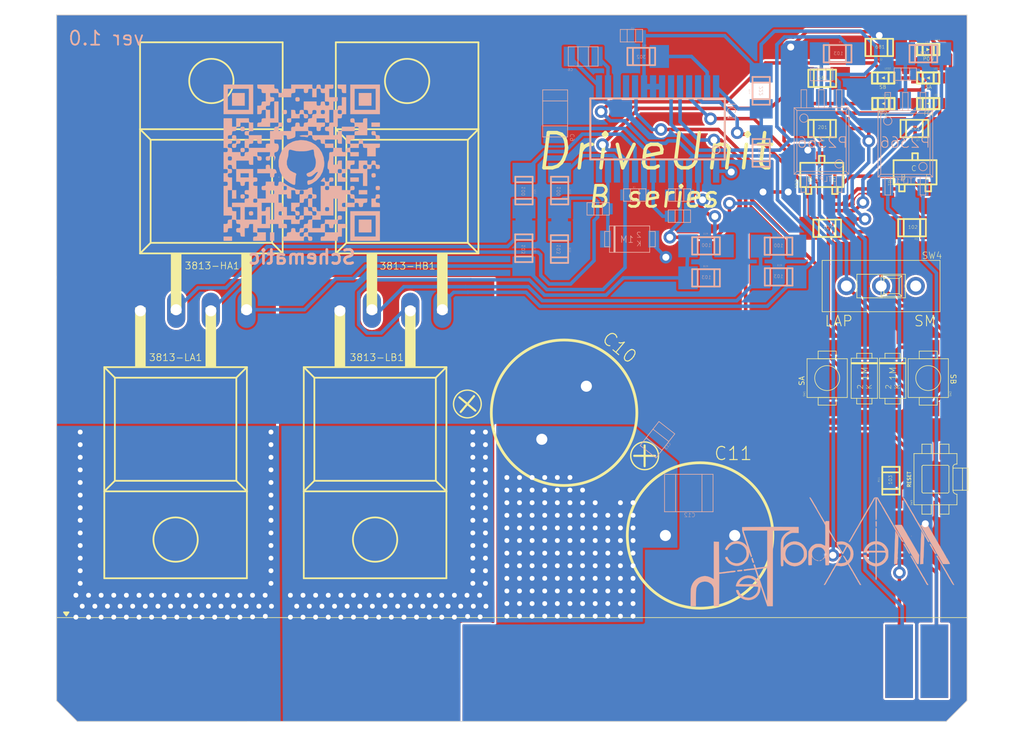
<source format=kicad_pcb>
(kicad_pcb (version 20171130) (host pcbnew "(5.1.10)-1")
  (layers (0 Top signal) (31 Bottom signal) (34 B.Paste user hide) (35 F.Paste user hide) (36 B.SilkS user) (37 F.SilkS user) (38 B.Mask user hide) (39 F.Mask user) (44 Edge.Cuts user hide))
  (net 0 "")
  (net 1 VCC)
  (net 2 GND)
  (net 3 "Net-(IC1-Pad28)")
  (net 4 "Net-(IC1-Pad27)")
  (net 5 /FF2)
  (net 6 /FF1)
  (net 7 /RESET)
  (net 8 /PWM)
  (net 9 /V5)
  (net 10 /DIR)
  (net 11 "Net-(IC1-Pad18)")
  (net 12 "Net-(C6-PadP$2)")
  (net 13 "Net-(C6-PadP$1)")
  (net 14 "Net-(IC1-Pad14)")
  (net 15 "Net-(C5-PadP$2)")
  (net 16 /GLA)
  (net 17 /SA)
  (net 18 /GHA)
  (net 19 "Net-(C8-PadP$1)")
  (net 20 "Net-(C4-PadP$2)")
  (net 21 "Net-(IC1-Pad7)")
  (net 22 "Net-(C7-PadP$1)")
  (net 23 /GHB)
  (net 24 /SB)
  (net 25 /GLB)
  (net 26 "Net-(LED4-PadK)")
  (net 27 "Net-(LED5-PadK)")
  (net 28 "Net-(D8-PadA)")
  (net 29 "Net-(R1-PadRIGHT)")
  (net 30 "Net-(R9-PadRIGHT)")
  (net 31 "Net-(LED1-PadA)")
  (net 32 "Net-(LED3-PadA)")
  (net 33 "Net-(LED4-PadA)")
  (net 34 "Net-(LED5-PadA)")
  (net 35 "Net-(SW3-Pad2)")
  (net 36 "Net-(SW3-Pad4)")
  (net 37 "Net-(SW4-PadL)")
  (net 38 /GND_IN)
  (net 39 /DIR_IN)
  (net 40 /PWM_IN)
  (net 41 /VCC_IN)
  (net 42 "Net-(3813-HA1-PadGATE)")
  (net 43 "Net-(3813-LA1-PadGATE)")
  (net 44 "Net-(3813-HB1-PadGATE)")
  (net 45 "Net-(3813-LB1-PadGATE)")
  (module "彼女(仮)_回路図:TO-220AB-NOHOLE" (layer Top) (at 126.8311 95.7036)
    (fp_text reference 3813-HA1 (at -1.95 2.2) (layer F.SilkS) (effects (font (size 0.5 0.5) (thickness 0.0532)) (justify left bottom)))
    (fp_text value IRLB3813NOHOLE hide)
    (pad DRAIN smd rect (at 0 -8.9154) (size 12.7 11.938) (layers Top F.Paste F.Mask) (net 1 VCC))
    (pad SOURCE thru_hole oval (at 2.54 5.08 90) (size 2.616 1.308) (drill 0.8) (layers *.Cu *.Mask) (net 17 /SA))
    (pad GATE thru_hole oval (at -2.54 5.08 90) (size 2.616 1.308) (drill 0.8) (layers *.Cu *.Mask) (net 42 "Net-(3813-HA1-PadGATE)"))
  )
  (module "彼女(仮)_回路図:メカテック部ロゴ_縮小" (layer Bottom) (at 170.65244 118.09476 180)
    (fp_text reference G*** hide)
    (fp_text value LOGO hide)
  )
  (module "彼女(仮)_回路図:MD_QRCODE" (layer Bottom) (at 133.35 90.17 180)
    (fp_text reference G*** hide)
    (fp_text value LOGO hide)
  )
  (module "彼女(仮)_回路図:TO-220AB-NOHOLE" (layer Top) (at 140.9511 95.7036)
    (fp_text reference 3813-HB1 (at -2.0131 2.2134) (layer F.SilkS) (effects (font (size 0.5 0.5) (thickness 0.0532)) (justify left bottom)))
    (fp_text value IRLB3813NOHOLE hide)
    (pad DRAIN smd rect (at 0 -8.9154) (size 12.7 11.938) (layers Top F.Paste F.Mask) (net 1 VCC))
    (pad SOURCE thru_hole oval (at 2.54 5.08 90) (size 2.616 1.308) (drill 0.8) (layers *.Cu *.Mask) (net 24 /SB))
    (pad GATE thru_hole oval (at -2.54 5.08 90) (size 2.616 1.308) (drill 0.8) (layers *.Cu *.Mask) (net 44 "Net-(3813-HB1-PadGATE)"))
  )
  (module "彼女(仮)_回路図:TO-220AB-NOHOLE" (layer Top) (at 124.2511 105.9436 180)
    (fp_text reference 3813-LA1 (at 1.9501 1.4226) (layer F.SilkS) (effects (font (size 0.5 0.5) (thickness 0.0532)) (justify left bottom)))
    (fp_text value IRLB3813NOHOLE hide)
    (pad DRAIN smd rect (at 0 -8.9154 180) (size 12.7 11.938) (layers Top F.Paste F.Mask) (net 17 /SA))
    (pad SOURCE thru_hole oval (at 2.54 5.08 270) (size 2.616 1.308) (drill 0.8) (layers *.Cu *.Mask) (net 2 GND))
    (pad GATE thru_hole oval (at -2.54 5.08 270) (size 2.616 1.308) (drill 0.8) (layers *.Cu *.Mask) (net 43 "Net-(3813-LA1-PadGATE)"))
  )
  (module "彼女(仮)_回路図:TO-220AB-NOHOLE" (layer Top) (at 138.6411 105.9436 180)
    (fp_text reference 3813-LB1 (at 1.8621 1.4226) (layer F.SilkS) (effects (font (size 0.5 0.5) (thickness 0.0532)) (justify left bottom)))
    (fp_text value IRLB3813NOHOLE hide)
    (pad DRAIN smd rect (at 0 -8.9154 180) (size 12.7 11.938) (layers Top F.Paste F.Mask) (net 24 /SB))
    (pad SOURCE thru_hole oval (at 2.54 5.08 270) (size 2.616 1.308) (drill 0.8) (layers *.Cu *.Mask) (net 2 GND))
    (pad GATE thru_hole oval (at -2.54 5.08 270) (size 2.616 1.308) (drill 0.8) (layers *.Cu *.Mask) (net 45 "Net-(3813-LB1-PadGATE)"))
  )
  (module "彼女(仮)_回路図:A3921" (layer Bottom) (at 163.2411 89.8836 180)
    (fp_text reference IC1 (at -1.4779 2.6346 270) (layer B.SilkS) (effects (font (size 0.57912 0.57912) (thickness 0.046329)) (justify right bottom mirror)))
    (fp_text value A3921)
    (pad 28 smd rect (at 0 5.2 180) (size 0.45 1.65) (layers Bottom B.Paste B.Mask) (net 3 "Net-(IC1-Pad28)"))
    (pad 27 smd rect (at 0.65 5.2 180) (size 0.45 1.65) (layers Bottom B.Paste B.Mask) (net 4 "Net-(IC1-Pad27)"))
    (pad 26 smd rect (at 1.3 5.2 180) (size 0.45 1.65) (layers Bottom B.Paste B.Mask) (net 5 /FF2))
    (pad 25 smd rect (at 1.95 5.2 180) (size 0.45 1.65) (layers Bottom B.Paste B.Mask) (net 6 /FF1))
    (pad 24 smd rect (at 2.6 5.2 180) (size 0.45 1.65) (layers Bottom B.Paste B.Mask) (net 7 /RESET))
    (pad 23 smd rect (at 3.25 5.2 180) (size 0.45 1.65) (layers Bottom B.Paste B.Mask) (net 8 /PWM))
    (pad 22 smd rect (at 3.9 5.2 180) (size 0.45 1.65) (layers Bottom B.Paste B.Mask) (net 9 /V5))
    (pad 21 smd rect (at 4.55 5.2 180) (size 0.45 1.65) (layers Bottom B.Paste B.Mask) (net 9 /V5))
    (pad 20 smd rect (at 5.2 5.2 180) (size 0.45 1.65) (layers Bottom B.Paste B.Mask) (net 9 /V5))
    (pad 19 smd rect (at 5.85 5.2 180) (size 0.45 1.65) (layers Bottom B.Paste B.Mask) (net 10 /DIR))
    (pad 18 smd rect (at 6.5 5.2 180) (size 0.45 1.65) (layers Bottom B.Paste B.Mask) (net 11 "Net-(IC1-Pad18)"))
    (pad 17 smd rect (at 7.15 5.2 180) (size 0.45 1.65) (layers Bottom B.Paste B.Mask) (net 2 GND))
    (pad 16 smd rect (at 7.8 5.2 180) (size 0.45 1.65) (layers Bottom B.Paste B.Mask) (net 12 "Net-(C6-PadP$2)"))
    (pad 15 smd rect (at 8.45 5.2 180) (size 0.45 1.65) (layers Bottom B.Paste B.Mask) (net 13 "Net-(C6-PadP$1)"))
    (pad 14 smd rect (at 8.45 -0.9 180) (size 0.45 1.65) (layers Bottom B.Paste B.Mask) (net 14 "Net-(IC1-Pad14)"))
    (pad 13 smd rect (at 7.8 -0.9 180) (size 0.45 1.65) (layers Bottom B.Paste B.Mask) (net 15 "Net-(C5-PadP$2)"))
    (pad 12 smd rect (at 7.15 -0.9 180) (size 0.45 1.65) (layers Bottom B.Paste B.Mask) (net 16 /GLA))
    (pad 11 smd rect (at 6.5 -0.9 180) (size 0.45 1.65) (layers Bottom B.Paste B.Mask) (net 17 /SA))
    (pad 10 smd rect (at 5.85 -0.9 180) (size 0.45 1.65) (layers Bottom B.Paste B.Mask) (net 18 /GHA))
    (pad 9 smd rect (at 5.2 -0.9 180) (size 0.45 1.65) (layers Bottom B.Paste B.Mask) (net 19 "Net-(C8-PadP$1)"))
    (pad 8 smd rect (at 4.55 -0.9 180) (size 0.45 1.65) (layers Bottom B.Paste B.Mask) (net 20 "Net-(C4-PadP$2)"))
    (pad 7 smd rect (at 3.9 -0.9 180) (size 0.45 1.65) (layers Bottom B.Paste B.Mask) (net 21 "Net-(IC1-Pad7)"))
    (pad 6 smd rect (at 3.25 -0.9 180) (size 0.45 1.65) (layers Bottom B.Paste B.Mask) (net 22 "Net-(C7-PadP$1)"))
    (pad 5 smd rect (at 2.6 -0.9 180) (size 0.45 1.65) (layers Bottom B.Paste B.Mask) (net 23 /GHB))
    (pad 4 smd rect (at 1.95 -0.9 180) (size 0.45 1.65) (layers Bottom B.Paste B.Mask) (net 24 /SB))
    (pad 3 smd rect (at 1.3 -0.9 180) (size 0.45 1.65) (layers Bottom B.Paste B.Mask) (net 25 /GLB))
    (pad 1 smd rect (at 0 -0.9 180) (size 0.45 1.65) (layers Bottom B.Paste B.Mask) (net 1 VCC))
    (pad 2 smd rect (at 0.65 -0.9 180) (size 0.45 1.65) (layers Bottom B.Paste B.Mask) (net 2 GND))
  )
  (module "彼女(仮)_回路図:2SC3325" (layer Top) (at 178.5411 92.0636 90)
    (fp_text reference TR1 (at 0.2 -2.6 90) (layer F.SilkS) (effects (font (size 0.2413 0.2413) (thickness 0.019304)) (justify left bottom)))
    (fp_text value 2SC3325 hide)
    (fp_text user C (at 1.2586 -1.2491 180) (layer F.SilkS) (effects (font (size 0.38 0.38) (thickness 0.032)) (justify left bottom)))
    (fp_text user E (at 0.6236 -0.2331 180) (layer F.SilkS) (effects (font (size 0.38 0.38) (thickness 0.032)) (justify left bottom)))
    (fp_text user B (at 0.6236 -2.0111 180) (layer F.SilkS) (effects (font (size 0.38 0.38) (thickness 0.032)) (justify left bottom)))
    (pad C smd rect (at 2.4 -0.95 90) (size 1 0.8) (layers Top F.Paste F.Mask) (net 26 "Net-(LED4-PadK)"))
    (pad B smd rect (at 0 -1.9 90) (size 1 0.8) (layers Top F.Paste F.Mask) (net 6 /FF1))
    (pad E smd rect (at 0 0 90) (size 1 0.8) (layers Top F.Paste F.Mask) (net 2 GND))
  )
  (module "彼女(仮)_回路図:2SC3325" (layer Top) (at 171.8111 92.2536 90)
    (fp_text reference TR2 (at 0.2 -2.6 90) (layer F.SilkS) (effects (font (size 0.2413 0.2413) (thickness 0.019304)) (justify left bottom)))
    (fp_text value 2SC3325 hide)
    (fp_text user C (at 1.3216 -1.2501 180) (layer F.SilkS) (effects (font (size 0.38 0.38) (thickness 0.032)) (justify left bottom)))
    (fp_text user E (at 0.6866 -0.2341 180) (layer F.SilkS) (effects (font (size 0.38 0.38) (thickness 0.032)) (justify left bottom)))
    (fp_text user B (at 0.6866 -2.0121 180) (layer F.SilkS) (effects (font (size 0.38 0.38) (thickness 0.032)) (justify left bottom)))
    (pad C smd rect (at 2.4 -0.95 90) (size 1 0.8) (layers Top F.Paste F.Mask) (net 27 "Net-(LED5-PadK)"))
    (pad B smd rect (at 0 -1.9 90) (size 1 0.8) (layers Top F.Paste F.Mask) (net 5 /FF2))
    (pad E smd rect (at 0 0 90) (size 1 0.8) (layers Top F.Paste F.Mask) (net 2 GND))
  )
  (module "彼女(仮)_回路図:TVAF06-A020B-R" (layer Top) (at 171.2511 103.4936 270)
    (fp_text reference SW1 (at 3.5674 1.5791 90) (layer F.SilkS) (effects (font (size 0.127 0.127) (thickness 0.0127)) (justify left bottom)))
    (fp_text value TVAF06-A020B-R hide)
    (pad RIGHT smd rect (at 4.45 0 270) (size 1.05 1.6) (layers Top F.Paste F.Mask) (net 28 "Net-(D8-PadA)"))
    (pad LEFT smd rect (at 0 0 270) (size 1.05 1.6) (layers Top F.Paste F.Mask) (net 9 /V5))
  )
  (module "彼女(仮)_回路図:TVAF06-A020B-R" (layer Top) (at 178.5411 103.4936 270)
    (fp_text reference SW2 (at 3.5674 -1.6719 270) (layer F.SilkS) (effects (font (size 0.127 0.127) (thickness 0.0127)) (justify left bottom)))
    (fp_text value TVAF06-A020B-R hide)
    (pad RIGHT smd rect (at 4.45 0 270) (size 1.05 1.6) (layers Top F.Paste F.Mask) (net 9 /V5))
    (pad LEFT smd rect (at 0 0 270) (size 1.05 1.6) (layers Top F.Paste F.Mask) (net 8 /PWM))
  )
  (module "彼女(仮)_回路図:RG2012" (layer Bottom) (at 151.9411 97.7036 90)
    (fp_text reference R15 (at 1.0566 0.8399 90) (layer B.SilkS) (effects (font (size 0.12065 0.12065) (thickness 0.009652)) (justify right bottom mirror)))
    (fp_text value RG2012 hide)
    (fp_text user 103 (at 0.9296 0.0779 90) (layer B.SilkS) (effects (font (size 0.2413 0.2413) (thickness 0.02032)) (justify right bottom mirror)))
    (pad RIGHT smd rect (at 2.6 0 90) (size 1.4 1.65) (layers Bottom B.Paste B.Mask) (net 43 "Net-(3813-LA1-PadGATE)"))
    (pad LEFT smd rect (at 0 0 90) (size 1.4 1.65) (layers Bottom B.Paste B.Mask) (net 2 GND))
  )
  (module "彼女(仮)_回路図:RG2012" (layer Bottom) (at 149.3711 97.6436 90)
    (fp_text reference R16 (at 0.9966 0.8699 90) (layer B.SilkS) (effects (font (size 0.12065 0.12065) (thickness 0.009652)) (justify right bottom mirror)))
    (fp_text value RG2012 hide)
    (fp_text user 103 (at 0.8696 0.1079 90) (layer B.SilkS) (effects (font (size 0.2413 0.2413) (thickness 0.02032)) (justify right bottom mirror)))
    (pad RIGHT smd rect (at 2.6 0 90) (size 1.4 1.65) (layers Bottom B.Paste B.Mask) (net 42 "Net-(3813-HA1-PadGATE)"))
    (pad LEFT smd rect (at 0 0 90) (size 1.4 1.65) (layers Bottom B.Paste B.Mask) (net 17 /SA))
  )
  (module "彼女(仮)_回路図:RG2012" (layer Bottom) (at 163.8111 98.4836 180)
    (fp_text reference R18 (at 1.5051 0.762) (layer B.SilkS) (effects (font (size 0.12065 0.12065) (thickness 0.009652)) (justify right bottom mirror)))
    (fp_text value RG2012 hide)
    (fp_text user 103 (at 1.6321 -0.1 180) (layer B.SilkS) (effects (font (size 0.2413 0.2413) (thickness 0.02032)) (justify right bottom mirror)))
    (pad RIGHT smd rect (at 2.6 0 180) (size 1.4 1.65) (layers Bottom B.Paste B.Mask) (net 45 "Net-(3813-LB1-PadGATE)"))
    (pad LEFT smd rect (at 0 0 180) (size 1.4 1.65) (layers Bottom B.Paste B.Mask) (net 2 GND))
  )
  (module "彼女(仮)_回路図:RG2012" (layer Bottom) (at 169.0511 98.4136 180)
    (fp_text reference R19 (at 1.4111 0.762) (layer B.SilkS) (effects (font (size 0.12065 0.12065) (thickness 0.009652)) (justify right bottom mirror)))
    (fp_text value RG2012 hide)
    (fp_text user 103 (at 1.6651 -0.1 180) (layer B.SilkS) (effects (font (size 0.2413 0.2413) (thickness 0.02032)) (justify right bottom mirror)))
    (pad RIGHT smd rect (at 2.6 0 180) (size 1.4 1.65) (layers Bottom B.Paste B.Mask) (net 44 "Net-(3813-HB1-PadGATE)"))
    (pad LEFT smd rect (at 0 0 180) (size 1.4 1.65) (layers Bottom B.Paste B.Mask) (net 24 /SB))
  )
  (module "彼女(仮)_回路図:RG2012" (layer Top) (at 175.8511 114.4236 90)
    (fp_text reference R11 (at 1.1904 -0.79938 90) (layer F.SilkS) (effects (font (size 0.12065 0.12065) (thickness 0.009652)) (justify left bottom)))
    (fp_text value RG2012 hide)
    (fp_text user 103 (at 1 0.1 90) (layer F.SilkS) (effects (font (size 0.2413 0.2413) (thickness 0.02032)) (justify left bottom)))
    (pad RIGHT smd rect (at 2.6 0 90) (size 1.4 1.65) (layers Top F.Paste F.Mask) (net 1 VCC))
    (pad LEFT smd rect (at 0 0 90) (size 1.4 1.65) (layers Top F.Paste F.Mask) (net 7 /RESET))
  )
  (module "彼女(仮)_回路図:RG2012" (layer Bottom) (at 179.4911 82.3036 180)
    (fp_text reference R1 (at 1.1831 0.7696) (layer B.SilkS) (effects (font (size 0.12065 0.12065) (thickness 0.009652)) (justify right bottom mirror)))
    (fp_text value RG2012 hide)
    (fp_text user 103 (at 1.5641 -0.1194 180) (layer B.SilkS) (effects (font (size 0.2413 0.2413) (thickness 0.02032)) (justify right bottom mirror)))
    (pad RIGHT smd rect (at 2.6 0 180) (size 1.4 1.65) (layers Bottom B.Paste B.Mask) (net 29 "Net-(R1-PadRIGHT)"))
    (pad LEFT smd rect (at 0 0 180) (size 1.4 1.65) (layers Bottom B.Paste B.Mask) (net 10 /DIR))
  )
  (module "彼女(仮)_回路図:RG2012" (layer Bottom) (at 173.3011 82.3036 180)
    (fp_text reference R9 (at 1.2161 0.7696) (layer B.SilkS) (effects (font (size 0.12065 0.12065) (thickness 0.009652)) (justify right bottom mirror)))
    (fp_text value RG2012 hide)
    (fp_text user 103 (at 1.5971 -0.1194 180) (layer B.SilkS) (effects (font (size 0.2413 0.2413) (thickness 0.02032)) (justify right bottom mirror)))
    (pad RIGHT smd rect (at 2.6 0 180) (size 1.4 1.65) (layers Bottom B.Paste B.Mask) (net 30 "Net-(R9-PadRIGHT)"))
    (pad LEFT smd rect (at 0 0 180) (size 1.4 1.65) (layers Bottom B.Paste B.Mask) (net 8 /PWM))
  )
  (module "彼女(仮)_回路図:RG2012" (layer Bottom) (at 163.8111 96.1736 180)
    (fp_text reference R10 (at 1.5051 0.7966) (layer B.SilkS) (effects (font (size 0.12065 0.12065) (thickness 0.009652)) (justify right bottom mirror)))
    (fp_text value RG2012Q-100-D-T5 hide)
    (fp_text user 100 (at 1.6321 -0.1 180) (layer B.SilkS) (effects (font (size 0.2413 0.2413) (thickness 0.02032)) (justify right bottom mirror)))
    (pad RIGHT smd rect (at 2.6 0 180) (size 1.4 1.65) (layers Bottom B.Paste B.Mask) (net 45 "Net-(3813-LB1-PadGATE)"))
    (pad LEFT smd rect (at 0 0 180) (size 1.4 1.65) (layers Bottom B.Paste B.Mask) (net 25 /GLB))
  )
  (module "彼女(仮)_回路図:RG2012" (layer Bottom) (at 169.0411 96.1936 180)
    (fp_text reference R12 (at 1.4011 0.762) (layer B.SilkS) (effects (font (size 0.12065 0.12065) (thickness 0.009652)) (justify right bottom mirror)))
    (fp_text value RG2012Q-100-D-T5 hide)
    (fp_text user 100 (at 1.6551 -0.1 180) (layer B.SilkS) (effects (font (size 0.2413 0.2413) (thickness 0.02032)) (justify right bottom mirror)))
    (pad RIGHT smd rect (at 2.6 0 180) (size 1.4 1.65) (layers Bottom B.Paste B.Mask) (net 44 "Net-(3813-HB1-PadGATE)"))
    (pad LEFT smd rect (at 0 0 180) (size 1.4 1.65) (layers Bottom B.Paste B.Mask) (net 23 /GHB))
  )
  (module "彼女(仮)_回路図:RG2012" (layer Bottom) (at 151.9511 93.4836 90)
    (fp_text reference R20 (at 1.0276 0.8299 90) (layer B.SilkS) (effects (font (size 0.12065 0.12065) (thickness 0.009652)) (justify right bottom mirror)))
    (fp_text value RG2012Q-100-D-T5 hide)
    (fp_text user 100 (at 0.9006 0.0679 90) (layer B.SilkS) (effects (font (size 0.2413 0.2413) (thickness 0.02032)) (justify right bottom mirror)))
    (pad RIGHT smd rect (at 2.6 0 90) (size 1.4 1.65) (layers Bottom B.Paste B.Mask) (net 16 /GLA))
    (pad LEFT smd rect (at 0 0 90) (size 1.4 1.65) (layers Bottom B.Paste B.Mask) (net 43 "Net-(3813-LA1-PadGATE)"))
  )
  (module "彼女(仮)_回路図:RG2012" (layer Bottom) (at 149.3811 93.4836 90)
    (fp_text reference R21 (at 1.0276 0.8599 90) (layer B.SilkS) (effects (font (size 0.12065 0.12065) (thickness 0.009652)) (justify right bottom mirror)))
    (fp_text value RG2012Q-100-D-T5 hide)
    (fp_text user 100 (at 0.9006 0.0979 90) (layer B.SilkS) (effects (font (size 0.2413 0.2413) (thickness 0.02032)) (justify right bottom mirror)))
    (pad RIGHT smd rect (at 2.6 0 90) (size 1.4 1.65) (layers Bottom B.Paste B.Mask) (net 18 /GHA))
    (pad LEFT smd rect (at 0 0 90) (size 1.4 1.65) (layers Bottom B.Paste B.Mask) (net 42 "Net-(3813-HA1-PadGATE)"))
  )
  (module "彼女(仮)_回路図:RG2012" (layer Top) (at 169.5911 84.0836)
    (fp_text reference R3 (at 1.016 -0.762) (layer F.SilkS) (effects (font (size 0.12065 0.12065) (thickness 0.009652)) (justify left bottom)))
    (fp_text value RG2012P-681-B-T5 hide)
    (fp_text user 681 (at 1 0.1) (layer F.SilkS) (effects (font (size 0.2413 0.2413) (thickness 0.02032)) (justify left bottom)))
    (pad RIGHT smd rect (at 2.6 0) (size 1.4 1.65) (layers Top F.Paste F.Mask) (net 31 "Net-(LED1-PadA)"))
    (pad LEFT smd rect (at 0 0) (size 1.4 1.65) (layers Top F.Paste F.Mask) (net 17 /SA))
  )
  (module "彼女(仮)_回路図:RG2012" (layer Top) (at 173.7061 81.8536)
    (fp_text reference R22 (at 1.1729 0.9504) (layer F.SilkS) (effects (font (size 0.12065 0.12065) (thickness 0.009652)) (justify left bottom)))
    (fp_text value RG2012P-681-B-T5 hide)
    (fp_text user 681 (at 1 0.1) (layer F.SilkS) (effects (font (size 0.2413 0.2413) (thickness 0.02032)) (justify left bottom)))
    (pad RIGHT smd rect (at 2.6 0) (size 1.4 1.65) (layers Top F.Paste F.Mask) (net 32 "Net-(LED3-PadA)"))
    (pad LEFT smd rect (at 0 0) (size 1.4 1.65) (layers Top F.Paste F.Mask) (net 1 VCC))
  )
  (module "彼女(仮)_回路図:RG2012" (layer Top) (at 176.0711 94.8636)
    (fp_text reference R5 (at 1.4749 0.8944) (layer F.SilkS) (effects (font (size 0.12065 0.12065) (thickness 0.009652)) (justify left bottom)))
    (fp_text value RG2012-N-102-B-T5 hide)
    (fp_text user 102 (at 1 0.1) (layer F.SilkS) (effects (font (size 0.2413 0.2413) (thickness 0.02032)) (justify left bottom)))
    (pad RIGHT smd rect (at 2.6 0) (size 1.4 1.65) (layers Top F.Paste F.Mask) (net 6 /FF1))
    (pad LEFT smd rect (at 0 0) (size 1.4 1.65) (layers Top F.Paste F.Mask) (net 9 /V5))
  )
  (module "彼女(仮)_回路図:RG2012" (layer Top) (at 172.5511 94.9036 180)
    (fp_text reference R6 (at 1.1011 -0.8544) (layer F.SilkS) (effects (font (size 0.12065 0.12065) (thickness 0.009652)) (justify left bottom)))
    (fp_text value RG2012-N-102-B-T5 hide)
    (fp_text user 102 (at 1.6091 -0.0924 180) (layer F.SilkS) (effects (font (size 0.2413 0.2413) (thickness 0.02032)) (justify left bottom)))
    (pad RIGHT smd rect (at 2.6 0 180) (size 1.4 1.65) (layers Top F.Paste F.Mask) (net 5 /FF2))
    (pad LEFT smd rect (at 0 0 180) (size 1.4 1.65) (layers Top F.Paste F.Mask) (net 9 /V5))
  )
  (module "彼女(仮)_回路図:RG2012" (layer Top) (at 176.2411 87.7036)
    (fp_text reference R7 (at 1.4319 0.9424) (layer F.SilkS) (effects (font (size 0.12065 0.12065) (thickness 0.009652)) (justify left bottom)))
    (fp_text value RG2012N-201-W-T1 hide)
    (fp_text user 201 (at 1 0.1) (layer F.SilkS) (effects (font (size 0.2413 0.2413) (thickness 0.02032)) (justify left bottom)))
    (pad RIGHT smd rect (at 2.6 0) (size 1.4 1.65) (layers Top F.Paste F.Mask) (net 33 "Net-(LED4-PadA)"))
    (pad LEFT smd rect (at 0 0) (size 1.4 1.65) (layers Top F.Paste F.Mask) (net 9 /V5))
  )
  (module "彼女(仮)_回路図:RG2012" (layer Top) (at 172.1811 87.7036 180)
    (fp_text reference R8 (at 1.3661 -0.9424) (layer F.SilkS) (effects (font (size 0.12065 0.12065) (thickness 0.009652)) (justify left bottom)))
    (fp_text value RG2012N-201-W-T1 hide)
    (fp_text user 201 (at 1.6201 -0.0534 180) (layer F.SilkS) (effects (font (size 0.2413 0.2413) (thickness 0.02032)) (justify left bottom)))
    (pad RIGHT smd rect (at 2.6 0 180) (size 1.4 1.65) (layers Top F.Paste F.Mask) (net 34 "Net-(LED5-PadA)"))
    (pad LEFT smd rect (at 0 0 180) (size 1.4 1.65) (layers Top F.Paste F.Mask) (net 9 /V5))
  )
  (module "彼女(仮)_回路図:RG2012" (layer Bottom) (at 159.1411 82.5036 180)
    (fp_text reference R13 (at 1.2801 0.7156) (layer B.SilkS) (effects (font (size 0.12065 0.12065) (thickness 0.009652)) (justify right bottom mirror)))
    (fp_text value RG2012P-302-B-T5 hide)
    (fp_text user 302 (at 1.6611 -0.1734 180) (layer B.SilkS) (effects (font (size 0.2413 0.2413) (thickness 0.02032)) (justify right bottom mirror)))
    (pad RIGHT smd rect (at 2.6 0 180) (size 1.4 1.65) (layers Bottom B.Paste B.Mask) (net 2 GND))
    (pad LEFT smd rect (at 0 0 180) (size 1.4 1.65) (layers Bottom B.Paste B.Mask) (net 4 "Net-(IC1-Pad27)"))
  )
  (module "彼女(仮)_回路図:RG2012" (layer Bottom) (at 166.4911 88.1636 270)
    (fp_text reference R2 (at 1.3714 0.762 90) (layer B.SilkS) (effects (font (size 0.12065 0.12065) (thickness 0.009652)) (justify right bottom mirror)))
    (fp_text value RG2012N-332-W-T1 hide)
    (fp_text user 332 (at 1.6254 -0.1 270) (layer B.SilkS) (effects (font (size 0.2413 0.2413) (thickness 0.02032)) (justify right bottom mirror)))
    (pad RIGHT smd rect (at 2.6 0 270) (size 1.4 1.65) (layers Bottom B.Paste B.Mask) (net 2 GND))
    (pad LEFT smd rect (at 0 0 270) (size 1.4 1.65) (layers Bottom B.Paste B.Mask) (net 3 "Net-(IC1-Pad28)"))
  )
  (module "彼女(仮)_回路図:RG2012" (layer Bottom) (at 166.4911 83.6836 270)
    (fp_text reference R14 (at 1.5334 0.762 90) (layer B.SilkS) (effects (font (size 0.12065 0.12065) (thickness 0.009652)) (justify right bottom mirror)))
    (fp_text value RG2012N-222-W-T1 hide)
    (fp_text user 222 (at 1.6604 -0.1329 270) (layer B.SilkS) (effects (font (size 0.2413 0.2413) (thickness 0.02032)) (justify right bottom mirror)))
    (pad RIGHT smd rect (at 2.6 0 270) (size 1.4 1.65) (layers Bottom B.Paste B.Mask) (net 3 "Net-(IC1-Pad28)"))
    (pad LEFT smd rect (at 0 0 270) (size 1.4 1.65) (layers Bottom B.Paste B.Mask) (net 9 /V5))
  )
  (module "彼女(仮)_回路図:SML-E12V8WT86" (layer Top) (at 177.7111 85.9036 270)
    (fp_text reference LED4 (at -0.5596 -1.2319) (layer F.SilkS) (effects (font (size 0.12065 0.12065) (thickness 0.009652)) (justify left bottom)))
    (fp_text value SML-E12V8WT86 hide)
    (pad A smd rect (at 0 -1.65 270) (size 0.8 0.8) (layers Top F.Paste F.Mask) (net 33 "Net-(LED4-PadA)"))
    (pad K smd rect (at 0 0 270) (size 0.8 0.8) (layers Top F.Paste F.Mask) (net 26 "Net-(LED4-PadK)"))
  )
  (module "彼女(仮)_回路図:SML-E12V8WT86" (layer Top) (at 174.4811 85.9036 270)
    (fp_text reference LED5 (at -0.5596 -0.7789) (layer F.SilkS) (effects (font (size 0.12065 0.12065) (thickness 0.009652)) (justify left bottom)))
    (fp_text value SML-E12V8WT86 hide)
    (pad A smd rect (at 0 -1.65 270) (size 0.8 0.8) (layers Top F.Paste F.Mask) (net 34 "Net-(LED5-PadA)"))
    (pad K smd rect (at 0 0 270) (size 0.8 0.8) (layers Top F.Paste F.Mask) (net 27 "Net-(LED5-PadK)"))
  )
  (module "彼女(仮)_回路図:GS1010FL" (layer Top) (at 173.9311 103.9936 270)
    (fp_text reference D8 hide)
    (fp_text value GS1010FL hide)
    (fp_text user 2 (at 2.5594 0.0681 270) (layer F.SilkS) (effects (font (size 0.38 0.38) (thickness 0.032)) (justify left bottom)))
    (fp_text user K (at 2.5594 -0.5669 270) (layer F.SilkS) (effects (font (size 0.38 0.38) (thickness 0.032)) (justify left bottom)))
    (fp_text user 1M (at 1.9244 -0.3129 270) (layer F.SilkS) (effects (font (size 0.475 0.475) (thickness 0.04)) (justify left bottom)))
    (pad A smd rect (at 3.48 0 270) (size 0.78 1.22) (layers Top F.Paste F.Mask) (net 28 "Net-(D8-PadA)"))
    (pad C smd rect (at 0 0 270) (size 0.78 1.22) (layers Top F.Paste F.Mask) (net 10 /DIR))
  )
  (module "彼女(仮)_回路図:GS1010FL" (layer Top) (at 175.9711 103.9936 270)
    (fp_text reference D9 hide)
    (fp_text value GS1010FL hide)
    (fp_text user 2 (at 2.5594 0.0761 270) (layer F.SilkS) (effects (font (size 0.38 0.38) (thickness 0.032)) (justify left bottom)))
    (fp_text user K (at 2.5594 -0.5589 270) (layer F.SilkS) (effects (font (size 0.38 0.38) (thickness 0.032)) (justify left bottom)))
    (fp_text user 1M (at 1.9244 -0.3049 270) (layer F.SilkS) (effects (font (size 0.475 0.475) (thickness 0.04)) (justify left bottom)))
    (pad A smd rect (at 3.48 0 270) (size 0.78 1.22) (layers Top F.Paste F.Mask) (net 28 "Net-(D8-PadA)"))
    (pad C smd rect (at 0 0 270) (size 0.78 1.22) (layers Top F.Paste F.Mask) (net 8 /PWM))
  )
  (module "彼女(仮)_回路図:GS1010FL" (layer Bottom) (at 155.25984 95.68688)
    (fp_text reference D1 hide)
    (fp_text value GS1010FL hide)
    (fp_text user 2 (at 2.2 -0.0826) (layer B.SilkS) (effects (font (size 0.38 0.38) (thickness 0.032)) (justify right bottom mirror)))
    (fp_text user K (at 2.2 0.5524) (layer B.SilkS) (effects (font (size 0.38 0.38) (thickness 0.032)) (justify right bottom mirror)))
    (fp_text user 1M (at 1.0229 0.2984) (layer B.SilkS) (effects (font (size 0.475 0.475) (thickness 0.04)) (justify right bottom mirror)))
    (pad A smd rect (at 3.48 0) (size 0.78 1.22) (layers Bottom B.Paste B.Mask) (net 1 VCC))
    (pad C smd rect (at 0 0) (size 0.78 1.22) (layers Bottom B.Paste B.Mask) (net 15 "Net-(C5-PadP$2)"))
  )
  (module "彼女(仮)_回路図:THAF01-NC-R" (layer Top) (at 179.8111 115.0136 90)
    (fp_text reference SW3 (at 0.1 -2.4 90) (layer F.SilkS) (effects (font (size 0.127 0.127) (thickness 0.0127)) (justify left bottom)))
    (fp_text value THAF01-NC-R hide)
    (pad 1 smd rect (at 0 -1.5 90) (size 1.2 0.9) (layers Top F.Paste F.Mask) (net 2 GND))
    (pad 2 smd rect (at 4 -1.5 90) (size 1.2 0.9) (layers Top F.Paste F.Mask) (net 35 "Net-(SW3-Pad2)"))
    (pad 4 smd rect (at 4 0 90) (size 1.2 0.9) (layers Top F.Paste F.Mask) (net 36 "Net-(SW3-Pad4)"))
    (pad 3 smd rect (at 0 0 90) (size 1.2 0.9) (layers Top F.Paste F.Mask) (net 7 /RESET))
  )
  (module "彼女(仮)_回路図:SS-12D00G3" (layer Top) (at 175.1411 99.0736 180)
    (fp_text reference SW4 (at -2.9129 1.9186) (layer F.SilkS) (effects (font (size 0.4826 0.4826) (thickness 0.038608)) (justify left bottom)))
    (fp_text value SS-12D00G3 hide)
    (pad L thru_hole circle (at -2.5 0 180) (size 1.308 1.308) (drill 0.8) (layers *.Cu *.Mask) (net 37 "Net-(SW4-PadL)"))
    (pad R thru_hole circle (at 2.5 0 180) (size 1.308 1.308) (drill 0.8) (layers *.Cu *.Mask) (net 8 /PWM))
    (pad C thru_hole circle (at 0 0 180) (size 1.308 1.308) (drill 0.8) (layers *.Cu *.Mask) (net 9 /V5))
  )
  (module "彼女(仮)_回路図:TLP2366" (layer Bottom) (at 178.1611 91.9536 180)
    (fp_text reference TLP1 (at 2.0121 0.2596) (layer B.SilkS) (effects (font (size 0.3556 0.3556) (thickness 0.038)) (justify right bottom mirror)))
    (fp_text value TLP2366 hide)
    (fp_text user P2366 (at 3.1551 2.7996 180) (layer B.SilkS) (effects (font (size 0.76 0.76) (thickness 0.064)) (justify right bottom mirror)))
    (pad 5 smd rect (at 1.27 6.3 180) (size 0.8 1.2) (layers Bottom B.Paste B.Mask) (net 29 "Net-(R1-PadRIGHT)"))
    (pad 4 smd rect (at 2.54 6.3 180) (size 0.8 1.2) (layers Bottom B.Paste B.Mask) (net 2 GND))
    (pad 3 smd rect (at 2.54 0 180) (size 0.8 1.2) (layers Bottom B.Paste B.Mask) (net 38 /GND_IN))
    (pad 6 smd rect (at 0 6.3 180) (size 0.8 1.2) (layers Bottom B.Paste B.Mask) (net 9 /V5))
    (pad 1 smd rect (at 0 0 180) (size 0.8 1.2) (layers Bottom B.Paste B.Mask) (net 39 /DIR_IN))
  )
  (module "彼女(仮)_回路図:TLP2366" (layer Bottom) (at 172.1111 91.7536 180)
    (fp_text reference TLP2 (at 1.8041 0.1866) (layer B.SilkS) (effects (font (size 0.3556 0.3556) (thickness 0.038)) (justify right bottom mirror)))
    (fp_text value TLP2366 hide)
    (fp_text user P2366 (at 3.0741 2.5996 180) (layer B.SilkS) (effects (font (size 0.76 0.76) (thickness 0.064)) (justify right bottom mirror)))
    (pad 5 smd rect (at 1.27 6.3 180) (size 0.8 1.2) (layers Bottom B.Paste B.Mask) (net 30 "Net-(R9-PadRIGHT)"))
    (pad 4 smd rect (at 2.54 6.3 180) (size 0.8 1.2) (layers Bottom B.Paste B.Mask) (net 2 GND))
    (pad 3 smd rect (at 2.54 0 180) (size 0.8 1.2) (layers Bottom B.Paste B.Mask) (net 40 /PWM_IN))
    (pad 6 smd rect (at 0 6.3 180) (size 0.8 1.2) (layers Bottom B.Paste B.Mask) (net 9 /V5))
    (pad 1 smd rect (at 0 0 180) (size 0.8 1.2) (layers Bottom B.Paste B.Mask) (net 41 /VCC_IN))
  )
  (module "彼女(仮)_回路図:GCM188L81H104KA57" (layer Bottom) (at 176.8911 83.7836)
    (fp_text reference C1 (at -0.7421 0.6714) (layer B.SilkS) (effects (font (size 0.095 0.095) (thickness 0.0076)) (justify right bottom mirror)))
    (fp_text value GCM188L81H104KA57 hide)
    (pad P$2 smd rect (at 0.7 0) (size 0.7 0.8) (layers Bottom B.Paste B.Mask) (net 9 /V5))
    (pad P$1 smd rect (at -0.7 0) (size 0.7 0.8) (layers Bottom B.Paste B.Mask) (net 2 GND))
  )
  (module "彼女(仮)_回路図:GCM188L81H104KA57" (layer Bottom) (at 170.8511 83.8036)
    (fp_text reference C2 (at -0.8 0.6514) (layer B.SilkS) (effects (font (size 0.095 0.095) (thickness 0.0076)) (justify right bottom mirror)))
    (fp_text value GCM188L81H104KA57 hide)
    (pad P$2 smd rect (at 0.7 0) (size 0.7 0.8) (layers Bottom B.Paste B.Mask) (net 9 /V5))
    (pad P$1 smd rect (at -0.7 0) (size 0.7 0.8) (layers Bottom B.Paste B.Mask) (net 2 GND))
  )
  (module "彼女(仮)_回路図:GCM188L81H104KA57" (layer Bottom) (at 157.1311 81.0036)
    (fp_text reference C3 (at -0.0321 -0.4856) (layer B.SilkS) (effects (font (size 0.095 0.095) (thickness 0.0076)) (justify right bottom mirror)))
    (fp_text value GCM188L81H104KA57 hide)
    (pad P$2 smd rect (at 0.7 0) (size 0.7 0.8) (layers Bottom B.Paste B.Mask) (net 9 /V5))
    (pad P$1 smd rect (at -0.7 0) (size 0.7 0.8) (layers Bottom B.Paste B.Mask) (net 2 GND))
  )
  (module "彼女(仮)_回路図:GCM188L81H104KA57" (layer Bottom) (at 160.5911 94.0336 180)
    (fp_text reference C4 (at 0.0631 0.5) (layer B.SilkS) (effects (font (size 0.095 0.095) (thickness 0.0076)) (justify right bottom mirror)))
    (fp_text value GCM188L81H104KA57 hide)
    (pad P$2 smd rect (at 0.7 0 180) (size 0.7 0.8) (layers Bottom B.Paste B.Mask) (net 20 "Net-(C4-PadP$2)"))
    (pad P$1 smd rect (at -0.7 0 180) (size 0.7 0.8) (layers Bottom B.Paste B.Mask) (net 2 GND))
  )
  (module "彼女(仮)_回路図:GCM188L81H104KA57" (layer Bottom) (at 154.7311 93.5036)
    (fp_text reference C5 (at -0.0451 -0.5396) (layer B.SilkS) (effects (font (size 0.095 0.095) (thickness 0.0076)) (justify right bottom mirror)))
    (fp_text value GCM188L81H104KA57 hide)
    (pad P$2 smd rect (at 0.7 0) (size 0.7 0.8) (layers Bottom B.Paste B.Mask) (net 15 "Net-(C5-PadP$2)"))
    (pad P$1 smd rect (at -0.7 0) (size 0.7 0.8) (layers Bottom B.Paste B.Mask) (net 2 GND))
  )
  (module "彼女(仮)_回路図:GCM188L81H104KA57" (layer Bottom) (at 160.6011 92.5036)
    (fp_text reference C7 (at -0.0731 -0.5556) (layer B.SilkS) (effects (font (size 0.095 0.095) (thickness 0.0076)) (justify right bottom mirror)))
    (fp_text value GCM188L81H104KA57 hide)
    (pad P$2 smd rect (at 0.7 0) (size 0.7 0.8) (layers Bottom B.Paste B.Mask) (net 24 /SB))
    (pad P$1 smd rect (at -0.7 0) (size 0.7 0.8) (layers Bottom B.Paste B.Mask) (net 22 "Net-(C7-PadP$1)"))
  )
  (module "彼女(仮)_回路図:GCM188L81H104KA57" (layer Bottom) (at 157.3711 92.5036 180)
    (fp_text reference C8 (at 0.1451 0.5) (layer B.SilkS) (effects (font (size 0.095 0.095) (thickness 0.0076)) (justify right bottom mirror)))
    (fp_text value GCM188L81H104KA57 hide)
    (pad P$2 smd rect (at 0.7 0 180) (size 0.7 0.8) (layers Bottom B.Paste B.Mask) (net 17 /SA))
    (pad P$1 smd rect (at -0.7 0 180) (size 0.7 0.8) (layers Bottom B.Paste B.Mask) (net 19 "Net-(C8-PadP$1)"))
  )
  (module "彼女(仮)_回路図:GRT31CC81H225KE01L" (layer Bottom) (at 151.6311 86.6136 90)
    (fp_text reference C9 (at -2.0324 1.4039 90) (layer B.SilkS) (effects (font (size 0.285 0.285) (thickness 0.0228)) (justify right bottom mirror)))
    (fp_text value GRT31CC81H225KE01L hide)
    (pad P$2 smd rect (at 1.55 0 90) (size 1.2 1.7) (layers Bottom B.Paste B.Mask) (net 2 GND))
    (pad P$1 smd rect (at -1.55 0 90) (size 1.2 1.7) (layers Bottom B.Paste B.Mask) (net 20 "Net-(C4-PadP$2)"))
  )
  (module "彼女(仮)_回路図:GCM21BR71H474KA55" (layer Bottom) (at 153.6511 82.5036)
    (fp_text reference C6 (at -1.1241 1.0624) (layer B.SilkS) (effects (font (size 0.19 0.19) (thickness 0.0152)) (justify right bottom mirror)))
    (fp_text value GCM21BR71H474KA55 hide)
    (pad P$2 smd rect (at 1 0) (size 0.8 1.4) (layers Bottom B.Paste B.Mask) (net 12 "Net-(C6-PadP$2)"))
    (pad P$1 smd rect (at -1 0) (size 0.8 1.4) (layers Bottom B.Paste B.Mask) (net 13 "Net-(C6-PadP$1)"))
  )
  (module "彼女(仮)_回路図:35PZJ330M10X9" (layer Top) (at 152.273 108.21924 140)
    (fp_text reference C10 (at 1.397351 5.624739 320) (layer F.SilkS) (effects (font (size 0.95 0.95) (thickness 0.076)) (justify left bottom)))
    (fp_text value 35PZJ330M10X9 hide)
    (pad A thru_hole circle (at 0 -2.5 140) (size 1.308 1.308) (drill 0.8) (layers *.Cu *.Mask) (net 1 VCC))
    (pad C thru_hole circle (at 0 2.5 140) (size 1.308 1.308) (drill 0.8) (layers *.Cu *.Mask) (net 2 GND))
  )
  (module "彼女(仮)_回路図:35PZJ330M10X9" (layer Top) (at 162.08248 117.07876 90)
    (fp_text reference C11 (at 5.36 0.959996) (layer F.SilkS) (effects (font (size 0.95 0.95) (thickness 0.076)) (justify left bottom)))
    (fp_text value 35PZJ330M10X9 hide)
    (pad C thru_hole circle (at 0 2.5 90) (size 1.308 1.308) (drill 0.8) (layers *.Cu *.Mask) (net 2 GND))
    (pad A thru_hole circle (at 0 -2.5 90) (size 1.308 1.308) (drill 0.8) (layers *.Cu *.Mask) (net 1 VCC))
  )
  (module "彼女(仮)_回路図:GRM21BC72A105KE01" (layer Bottom) (at 159.00908 110.16488 52)
    (fp_text reference C13 (at -0.1961 0.9704 52) (layer B.SilkS) (effects (font (size 0.19 0.19) (thickness 0.0152)) (justify right bottom mirror)))
    (fp_text value GRM21BC72A105KE01 hide)
    (pad P$2 smd rect (at 1 0 52) (size 0.8 1.4) (layers Bottom B.Paste B.Mask) (net 2 GND))
    (pad P$1 smd rect (at -1 0 52) (size 0.8 1.4) (layers Bottom B.Paste B.Mask) (net 1 VCC))
  )
  (module "彼女(仮)_回路図:GRM32ER7YA106KA12" (layer Bottom) (at 161.26968 114.01552)
    (fp_text reference C12 (at -0.3731 1.7604) (layer B.SilkS) (effects (font (size 0.285 0.285) (thickness 0.0228)) (justify right bottom mirror)))
    (fp_text value GRM32ER7YA106KA12 hide)
    (pad P$2 smd rect (at 1.7 0) (size 1.2 2.3) (layers Bottom B.Paste B.Mask) (net 2 GND))
    (pad P$1 smd rect (at -1.7 0) (size 1.2 2.3) (layers Bottom B.Paste B.Mask) (net 1 VCC))
  )
  (module "彼女(仮)_回路図:10046971-019LF" (layer Top) (at 148.5011 126.1536)
    (fp_text reference EDGE1 hide)
    (fp_text value 10046971-019LF hide)
    (pad P$50 smd rect (at -30.48 0) (size 2 5.3) (layers Bottom B.Paste B.Mask) (net 17 /SA))
    (pad P$49 smd rect (at -27.94 0) (size 2 5.3) (layers Bottom B.Paste B.Mask) (net 17 /SA))
    (pad P$48 smd rect (at -25.4 0) (size 2 5.3) (layers Bottom B.Paste B.Mask) (net 17 /SA))
    (pad P$47 smd rect (at -22.86 0) (size 2 5.3) (layers Bottom B.Paste B.Mask) (net 17 /SA))
    (pad P$46 smd rect (at -20.32 0) (size 2 5.3) (layers Bottom B.Paste B.Mask) (net 17 /SA))
    (pad P$45 smd rect (at -17.78 0) (size 2 5.3) (layers Bottom B.Paste B.Mask) (net 17 /SA))
    (pad P$44 smd rect (at -15.24 0) (size 2 5.3) (layers Bottom B.Paste B.Mask) (net 24 /SB))
    (pad P$43 smd rect (at -12.7 0) (size 2 5.3) (layers Bottom B.Paste B.Mask) (net 24 /SB))
    (pad P$42 smd rect (at -10.16 0) (size 2 5.3) (layers Bottom B.Paste B.Mask) (net 24 /SB))
    (pad P$41 smd rect (at -7.62 0) (size 2 5.3) (layers Bottom B.Paste B.Mask) (net 24 /SB))
    (pad P$40 smd rect (at -5.08 0) (size 2 5.3) (layers Bottom B.Paste B.Mask) (net 24 /SB))
    (pad P$39 smd rect (at -2.54 0) (size 2 5.3) (layers Bottom B.Paste B.Mask) (net 2 GND))
    (pad P$38 smd rect (at 0 0) (size 2 5.3) (layers Bottom B.Paste B.Mask) (net 2 GND))
    (pad P$37 smd rect (at 2.54 0) (size 2 5.3) (layers Bottom B.Paste B.Mask) (net 2 GND))
    (pad P$36 smd rect (at 5.08 0) (size 2 5.3) (layers Bottom B.Paste B.Mask) (net 2 GND))
    (pad P$35 smd rect (at 7.62 0) (size 2 5.3) (layers Bottom B.Paste B.Mask) (net 2 GND))
    (pad P$34 smd rect (at 10.16 0) (size 2 5.3) (layers Bottom B.Paste B.Mask) (net 2 GND))
    (pad P$33 smd rect (at 12.7 0) (size 2 5.3) (layers Bottom B.Paste B.Mask) (net 2 GND))
    (pad P$32 smd rect (at 15.24 0) (size 2 5.3) (layers Bottom B.Paste B.Mask) (net 2 GND))
    (pad P$31 smd rect (at 17.78 0) (size 2 5.3) (layers Bottom B.Paste B.Mask) (net 2 GND))
    (pad P$30 smd rect (at 20.32 0) (size 2 5.3) (layers Bottom B.Paste B.Mask) (net 2 GND))
    (pad P$29 smd rect (at 22.86 0) (size 2 5.3) (layers Bottom B.Paste B.Mask) (net 2 GND))
    (pad P$28 smd rect (at 25.4 0) (size 2 5.3) (layers Bottom B.Paste B.Mask) (net 2 GND))
    (pad P$27 smd rect (at 27.94 0) (size 2 5.3) (layers Bottom B.Paste B.Mask) (net 41 /VCC_IN))
    (pad P$26 smd rect (at 30.48 0) (size 2 5.3) (layers Bottom B.Paste B.Mask) (net 39 /DIR_IN))
    (pad P$25 smd rect (at 30.48 0) (size 2 5.3) (layers Top F.Paste F.Mask) (net 40 /PWM_IN))
    (pad P$24 smd rect (at 27.94 0) (size 2 5.3) (layers Top F.Paste F.Mask) (net 38 /GND_IN))
    (pad P$23 smd rect (at 25.4 0) (size 2 5.3) (layers Top F.Paste F.Mask) (net 1 VCC))
    (pad P$22 smd rect (at 22.86 0) (size 2 5.3) (layers Top F.Paste F.Mask) (net 1 VCC))
    (pad P$21 smd rect (at 20.32 0) (size 2 5.3) (layers Top F.Paste F.Mask) (net 1 VCC))
    (pad P$20 smd rect (at 17.78 0) (size 2 5.3) (layers Top F.Paste F.Mask) (net 1 VCC))
    (pad P$19 smd rect (at 15.24 0) (size 2 5.3) (layers Top F.Paste F.Mask) (net 1 VCC))
    (pad P$18 smd rect (at 12.7 0) (size 2 5.3) (layers Top F.Paste F.Mask) (net 1 VCC))
    (pad P$17 smd rect (at 10.16 0) (size 2 5.3) (layers Top F.Paste F.Mask) (net 1 VCC))
    (pad P$16 smd rect (at 7.62 0) (size 2 5.3) (layers Top F.Paste F.Mask) (net 1 VCC))
    (pad P$15 smd rect (at 5.08 0) (size 2 5.3) (layers Top F.Paste F.Mask) (net 1 VCC))
    (pad P$14 smd rect (at 2.54 0) (size 2 5.3) (layers Top F.Paste F.Mask) (net 1 VCC))
    (pad P$13 smd rect (at 0 0) (size 2 5.3) (layers Top F.Paste F.Mask) (net 1 VCC))
    (pad P$12 smd rect (at -2.54 0) (size 2 5.3) (layers Top F.Paste F.Mask) (net 1 VCC))
    (pad P$11 smd rect (at -5.08 0) (size 2 5.3) (layers Top F.Paste F.Mask) (net 24 /SB))
    (pad P$10 smd rect (at -7.62 0) (size 2 5.3) (layers Top F.Paste F.Mask) (net 24 /SB))
    (pad P$9 smd rect (at -10.16 0) (size 2 5.3) (layers Top F.Paste F.Mask) (net 24 /SB))
    (pad P$8 smd rect (at -12.7 0) (size 2 5.3) (layers Top F.Paste F.Mask) (net 24 /SB))
    (pad P$7 smd rect (at -15.24 0) (size 2 5.3) (layers Top F.Paste F.Mask) (net 24 /SB))
    (pad P$6 smd rect (at -17.78 0) (size 2 5.3) (layers Top F.Paste F.Mask) (net 24 /SB))
    (pad P$5 smd rect (at -20.32 0) (size 2 5.3) (layers Top F.Paste F.Mask) (net 17 /SA))
    (pad P$4 smd rect (at -22.86 0) (size 2 5.3) (layers Top F.Paste F.Mask) (net 17 /SA))
    (pad P$3 smd rect (at -25.4 0) (size 2 5.3) (layers Top F.Paste F.Mask) (net 17 /SA))
    (pad P$2 smd rect (at -27.94 0) (size 2 5.3) (layers Top F.Paste F.Mask) (net 17 /SA))
    (pad P$1 smd rect (at -30.48 0) (size 2 5.3) (layers Top F.Paste F.Mask) (net 17 /SA))
  )
  (module "彼女(仮)_回路図:SML-E12V8WT86" (layer Top) (at 177.7111 84.0536 270)
    (fp_text reference LED1 (at -0.6146 -1.2319) (layer F.SilkS) (effects (font (size 0.12065 0.12065) (thickness 0.009652)) (justify left bottom)))
    (fp_text value SML-E12V8WT86 hide)
    (pad A smd rect (at 0 -1.65 270) (size 0.8 0.8) (layers Top F.Paste F.Mask) (net 31 "Net-(LED1-PadA)"))
    (pad K smd rect (at 0 0 270) (size 0.8 0.8) (layers Top F.Paste F.Mask) (net 24 /SB))
  )
  (module "彼女(仮)_回路図:SML-E12V8WT86" (layer Top) (at 174.4611 84.0536 270)
    (fp_text reference LED2 (at -0.6146 -0.9259) (layer F.SilkS) (effects (font (size 0.12065 0.12065) (thickness 0.009652)) (justify left bottom)))
    (fp_text value SML-E12V8WT86 hide)
    (pad A smd rect (at 0 -1.65 270) (size 0.8 0.8) (layers Top F.Paste F.Mask) (net 24 /SB))
    (pad K smd rect (at 0 0 270) (size 0.8 0.8) (layers Top F.Paste F.Mask) (net 31 "Net-(LED1-PadA)"))
  )
  (module "彼女(仮)_回路図:SML-E12V8WT86" (layer Top) (at 179.3611 82.0036 90)
    (fp_text reference LED3 (at 0.5966 -0.4181) (layer F.SilkS) (effects (font (size 0.12065 0.12065) (thickness 0.009652)) (justify left bottom)))
    (fp_text value SML-E12V8WT86 hide)
    (pad A smd rect (at 0 -1.65 90) (size 0.8 0.8) (layers Top F.Paste F.Mask) (net 32 "Net-(LED3-PadA)"))
    (pad K smd rect (at 0 0 90) (size 0.8 0.8) (layers Top F.Paste F.Mask) (net 2 GND))
  )
  (gr_text "ver 1.0" (at 119.24792 81.18856) (layer B.SilkS) (effects (font (size 1.016 1.016) (thickness 0.127)) (justify mirror)))
  (gr_text "B series" (at 158.72968 92.62872) (layer F.SilkS) (effects (font (size 1.524 1.524) (thickness 0.2032) italic)))
  (gr_text DriveUnit (at 158.76016 89.37752) (layer F.SilkS) (effects (font (size 2.54 2.54) (thickness 0.254) italic)))
  (gr_poly (pts (xy 116.36756 122.86996) (xy 116.27612 122.74296) (xy 116.18468 122.61596) (xy 116.54536 122.61596)) (layer F.SilkS) (width 0.1))
  (gr_text RESET (at 177.165 113.03 90) (layer F.SilkS) (effects (font (size 0.254 0.254) (thickness 0.0508))))
  (gr_text SB (at 180.34 105.791 -90) (layer F.SilkS) (effects (font (size 0.381 0.381) (thickness 0.0508))))
  (gr_text SA (at 169.418 105.918 90) (layer F.SilkS) (effects (font (size 0.381 0.381) (thickness 0.0508))))
  (gr_text LAP (at 172.085 101.6) (layer F.SilkS) (effects (font (size 0.762 0.762) (thickness 0.0635))))
  (gr_text SM (at 178.308 101.6) (layer F.SilkS) (effects (font (size 0.762 0.762) (thickness 0.0635))))
  (gr_text FF2 (at 175.26 86.614) (layer F.SilkS) (effects (font (size 0.254 0.254) (thickness 0.0254))))
  (gr_text "FF1\n" (at 178.562 86.614) (layer F.SilkS) (effects (font (size 0.254 0.254) (thickness 0.0254))))
  (gr_text SB (at 175.26 84.709) (layer F.SilkS) (effects (font (size 0.254 0.254) (thickness 0.0254))))
  (gr_text SA (at 178.562 84.709) (layer F.SilkS) (effects (font (size 0.254 0.254) (thickness 0.0254))))
  (gr_text POW (at 178.562 82.677) (layer F.SilkS) (effects (font (size 0.254 0.254) (thickness 0.0254))))
  (gr_text "Schematic\n\n" (at 133.35 97.79) (layer B.SilkS) (effects (font (size 1 1) (thickness 0.2)) (justify mirror)))
  (gr_line (start 115.6611 79.5036) (end 115.6611 129.0036) (layer Edge.Cuts) (width 0.05))
  (gr_line (start 115.6611 129.0036) (end 117.1611 130.5036) (layer Edge.Cuts) (width 0.05))
  (gr_line (start 117.1611 130.5036) (end 179.8411 130.5036) (layer Edge.Cuts) (width 0.05))
  (gr_line (start 179.8411 130.5036) (end 181.3411 129.0036) (layer Edge.Cuts) (width 0.05))
  (gr_line (start 181.3411 129.0036) (end 181.3411 79.5036) (layer Edge.Cuts) (width 0.05))
  (gr_line (start 181.3411 79.5036) (end 115.6611 79.5036) (layer Edge.Cuts) (width 0.05))
  (gr_line (start 115.6611 123.0036) (end 181.3411 123.0036) (layer F.SilkS) (width 0.05))
  (segment (start 140.9511 87.5036) (end 140.9511 86.7882) (width 0.1524) (layer Top) (net 1))
  (segment (start 173.7061 81.8536) (end 170.46925 81.8536) (width 0.254) (layer Top) (net 1))
  (segment (start 170.46925 81.8536) (end 169.76245 82.5604) (width 0.254) (layer Top) (net 1))
  (segment (start 145.8943 82.5604) (end 140.9511 87.5036) (width 0.1524) (layer Top) (net 1))
  (segment (start 169.76245 82.5604) (end 145.8943 82.5604) (width 0.254) (layer Top) (net 1))
  (segment (start 163.2411 90.7836) (end 164.2711 90.7836) (width 0.254) (layer Bottom) (net 1))
  (segment (start 164.2711 90.7836) (end 164.3311 90.8436) (width 0.1524) (layer Bottom) (net 1))
  (via (at 164.3311 90.8436) (size 0.9064) (drill 0.5) (layers Top Bottom) (net 1))
  (segment (start 164.9579 95.13495) (end 164.9579 92.63225) (width 0.254) (layer Top) (net 1))
  (segment (start 164.3311 90.8436) (end 164.3311 92.00545) (width 0.254) (layer Top) (net 1))
  (segment (start 164.3311 92.00545) (end 164.9579 92.63225) (width 0.254) (layer Top) (net 1))
  (via (at 159.615118 96.9942) (size 0.9064) (drill 0.5) (layers Top Bottom) (net 1))
  (segment (start 127.204856 86.5036) (end 126.8311 86.7882) (width 0.1524) (layer Top) (net 1))
  (via (at 149.96678 112.89288) (size 0.7564) (drill 0.35) (layers Top Bottom) (net 1))
  (via (at 149.96678 113.80288) (size 0.7564) (drill 0.35) (layers Top Bottom) (net 1))
  (via (at 149.96678 114.71288) (size 0.7564) (drill 0.35) (layers Top Bottom) (net 1))
  (via (at 149.96678 115.62288) (size 0.7564) (drill 0.35) (layers Top Bottom) (net 1))
  (via (at 149.96678 116.53288) (size 0.7564) (drill 0.35) (layers Top Bottom) (net 1))
  (via (at 149.96678 117.44288) (size 0.7564) (drill 0.35) (layers Top Bottom) (net 1))
  (via (at 149.96678 118.35288) (size 0.7564) (drill 0.35) (layers Top Bottom) (net 1))
  (via (at 149.96678 119.26288) (size 0.7564) (drill 0.35) (layers Top Bottom) (net 1))
  (via (at 149.96678 120.17288) (size 0.7564) (drill 0.35) (layers Top Bottom) (net 1))
  (via (at 149.96678 121.08288) (size 0.7564) (drill 0.35) (layers Top Bottom) (net 1))
  (via (at 149.96678 121.99288) (size 0.7564) (drill 0.35) (layers Top Bottom) (net 1))
  (via (at 149.96678 122.90288) (size 0.7564) (drill 0.35) (layers Top Bottom) (net 1))
  (via (at 150.87678 122.90288) (size 0.7564) (drill 0.35) (layers Top Bottom) (net 1))
  (via (at 151.78678 122.90288) (size 0.7564) (drill 0.35) (layers Top Bottom) (net 1))
  (via (at 152.69678 122.90288) (size 0.7564) (drill 0.35) (layers Top Bottom) (net 1))
  (via (at 153.60678 122.90288) (size 0.7564) (drill 0.35) (layers Top Bottom) (net 1))
  (via (at 154.51678 122.90288) (size 0.7564) (drill 0.35) (layers Top Bottom) (net 1))
  (via (at 155.42678 122.90288) (size 0.7564) (drill 0.35) (layers Top Bottom) (net 1))
  (via (at 156.33678 122.90288) (size 0.7564) (drill 0.35) (layers Top Bottom) (net 1))
  (via (at 156.33678 121.99288) (size 0.7564) (drill 0.35) (layers Top Bottom) (net 1))
  (via (at 155.42678 121.99288) (size 0.7564) (drill 0.35) (layers Top Bottom) (net 1))
  (via (at 154.51678 121.99288) (size 0.7564) (drill 0.35) (layers Top Bottom) (net 1))
  (via (at 150.87678 121.99288) (size 0.7564) (drill 0.35) (layers Top Bottom) (net 1))
  (via (at 150.87678 121.08288) (size 0.7564) (drill 0.35) (layers Top Bottom) (net 1))
  (via (at 150.87678 120.17288) (size 0.7564) (drill 0.35) (layers Top Bottom) (net 1))
  (via (at 151.78678 121.99288) (size 0.7564) (drill 0.35) (layers Top Bottom) (net 1))
  (via (at 152.69678 121.99288) (size 0.7564) (drill 0.35) (layers Top Bottom) (net 1))
  (via (at 153.60678 121.99288) (size 0.7564) (drill 0.35) (layers Top Bottom) (net 1))
  (via (at 153.60678 121.08288) (size 0.7564) (drill 0.35) (layers Top Bottom) (net 1))
  (via (at 152.69678 121.08288) (size 0.7564) (drill 0.35) (layers Top Bottom) (net 1))
  (via (at 151.78678 121.08288) (size 0.7564) (drill 0.35) (layers Top Bottom) (net 1))
  (via (at 154.51678 121.08288) (size 0.7564) (drill 0.35) (layers Top Bottom) (net 1))
  (via (at 155.42678 121.08288) (size 0.7564) (drill 0.35) (layers Top Bottom) (net 1))
  (via (at 156.33678 121.08288) (size 0.7564) (drill 0.35) (layers Top Bottom) (net 1))
  (via (at 156.33678 120.17288) (size 0.7564) (drill 0.35) (layers Top Bottom) (net 1))
  (via (at 151.78678 120.17288) (size 0.7564) (drill 0.35) (layers Top Bottom) (net 1))
  (via (at 152.69678 120.17288) (size 0.7564) (drill 0.35) (layers Top Bottom) (net 1))
  (via (at 153.60678 120.17288) (size 0.7564) (drill 0.35) (layers Top Bottom) (net 1))
  (via (at 154.51678 120.17288) (size 0.7564) (drill 0.35) (layers Top Bottom) (net 1))
  (via (at 150.87678 112.89288) (size 0.7564) (drill 0.35) (layers Top Bottom) (net 1))
  (via (at 150.87678 113.80288) (size 0.7564) (drill 0.35) (layers Top Bottom) (net 1))
  (via (at 150.87678 114.71288) (size 0.7564) (drill 0.35) (layers Top Bottom) (net 1))
  (via (at 150.87678 115.62288) (size 0.7564) (drill 0.35) (layers Top Bottom) (net 1))
  (via (at 150.87678 116.53288) (size 0.7564) (drill 0.35) (layers Top Bottom) (net 1))
  (via (at 150.87678 117.44288) (size 0.7564) (drill 0.35) (layers Top Bottom) (net 1))
  (via (at 150.87678 118.35288) (size 0.7564) (drill 0.35) (layers Top Bottom) (net 1))
  (via (at 150.87678 119.26288) (size 0.7564) (drill 0.35) (layers Top Bottom) (net 1))
  (via (at 151.78678 119.26288) (size 0.7564) (drill 0.35) (layers Top Bottom) (net 1))
  (via (at 155.42678 120.17288) (size 0.7564) (drill 0.35) (layers Top Bottom) (net 1))
  (via (at 152.69678 119.26288) (size 0.7564) (drill 0.35) (layers Top Bottom) (net 1))
  (via (at 153.60678 119.26288) (size 0.7564) (drill 0.35) (layers Top Bottom) (net 1))
  (via (at 154.51678 119.26288) (size 0.7564) (drill 0.35) (layers Top Bottom) (net 1))
  (via (at 155.42678 119.26288) (size 0.7564) (drill 0.35) (layers Top Bottom) (net 1))
  (via (at 156.33678 119.26288) (size 0.7564) (drill 0.35) (layers Top Bottom) (net 1))
  (via (at 151.78678 118.35288) (size 0.7564) (drill 0.35) (layers Top Bottom) (net 1))
  (via (at 152.69678 118.35288) (size 0.7564) (drill 0.35) (layers Top Bottom) (net 1))
  (via (at 151.78678 117.44288) (size 0.7564) (drill 0.35) (layers Top Bottom) (net 1))
  (via (at 152.69678 117.44288) (size 0.7564) (drill 0.35) (layers Top Bottom) (net 1))
  (via (at 153.60678 117.44288) (size 0.7564) (drill 0.35) (layers Top Bottom) (net 1))
  (via (at 153.60678 118.35288) (size 0.7564) (drill 0.35) (layers Top Bottom) (net 1))
  (via (at 154.51678 118.35288) (size 0.7564) (drill 0.35) (layers Top Bottom) (net 1))
  (via (at 155.42678 118.35288) (size 0.7564) (drill 0.35) (layers Top Bottom) (net 1))
  (via (at 156.33678 118.35288) (size 0.7564) (drill 0.35) (layers Top Bottom) (net 1))
  (via (at 156.33678 117.44288) (size 0.7564) (drill 0.35) (layers Top Bottom) (net 1))
  (via (at 155.42678 117.44288) (size 0.7564) (drill 0.35) (layers Top Bottom) (net 1))
  (via (at 154.51678 117.44288) (size 0.7564) (drill 0.35) (layers Top Bottom) (net 1))
  (via (at 151.78678 116.53288) (size 0.7564) (drill 0.35) (layers Top Bottom) (net 1))
  (via (at 152.69678 116.53288) (size 0.7564) (drill 0.35) (layers Top Bottom) (net 1))
  (via (at 153.60678 116.53288) (size 0.7564) (drill 0.35) (layers Top Bottom) (net 1))
  (via (at 156.33678 114.71288) (size 0.7564) (drill 0.35) (layers Top Bottom) (net 1))
  (via (at 156.33678 115.62288) (size 0.7564) (drill 0.35) (layers Top Bottom) (net 1))
  (via (at 156.33678 116.53288) (size 0.7564) (drill 0.35) (layers Top Bottom) (net 1))
  (via (at 155.42678 116.53288) (size 0.7564) (drill 0.35) (layers Top Bottom) (net 1))
  (via (at 154.51678 116.53288) (size 0.7564) (drill 0.35) (layers Top Bottom) (net 1))
  (via (at 155.42678 115.62288) (size 0.7564) (drill 0.35) (layers Top Bottom) (net 1))
  (via (at 154.51678 115.62288) (size 0.7564) (drill 0.35) (layers Top Bottom) (net 1))
  (via (at 153.60678 115.62288) (size 0.7564) (drill 0.35) (layers Top Bottom) (net 1))
  (via (at 152.69678 115.62288) (size 0.7564) (drill 0.35) (layers Top Bottom) (net 1))
  (via (at 151.78678 115.62288) (size 0.7564) (drill 0.35) (layers Top Bottom) (net 1))
  (via (at 151.78678 114.71288) (size 0.7564) (drill 0.35) (layers Top Bottom) (net 1))
  (via (at 152.69678 114.71288) (size 0.7564) (drill 0.35) (layers Top Bottom) (net 1))
  (via (at 153.60678 114.71288) (size 0.7564) (drill 0.35) (layers Top Bottom) (net 1))
  (via (at 154.51678 114.71288) (size 0.7564) (drill 0.35) (layers Top Bottom) (net 1))
  (via (at 153.60678 113.80288) (size 0.7564) (drill 0.35) (layers Top Bottom) (net 1))
  (via (at 152.69678 113.80288) (size 0.7564) (drill 0.35) (layers Top Bottom) (net 1))
  (via (at 151.78678 113.80288) (size 0.7564) (drill 0.35) (layers Top Bottom) (net 1))
  (via (at 151.78678 112.89288) (size 0.7564) (drill 0.35) (layers Top Bottom) (net 1))
  (via (at 152.69678 112.89288) (size 0.7564) (drill 0.35) (layers Top Bottom) (net 1))
  (via (at 157.24678 122.90288) (size 0.7564) (drill 0.35) (layers Top Bottom) (net 1))
  (via (at 157.24678 121.99288) (size 0.7564) (drill 0.35) (layers Top Bottom) (net 1))
  (via (at 157.24678 121.08288) (size 0.7564) (drill 0.35) (layers Top Bottom) (net 1))
  (via (at 157.24678 120.17288) (size 0.7564) (drill 0.35) (layers Top Bottom) (net 1))
  (via (at 157.24678 119.26288) (size 0.7564) (drill 0.35) (layers Top Bottom) (net 1))
  (via (at 157.24678 118.35288) (size 0.7564) (drill 0.35) (layers Top Bottom) (net 1))
  (via (at 157.24678 117.44288) (size 0.7564) (drill 0.35) (layers Top Bottom) (net 1))
  (via (at 157.24678 114.71288) (size 0.7564) (drill 0.35) (layers Top Bottom) (net 1))
  (via (at 157.24678 115.62288) (size 0.7564) (drill 0.35) (layers Top Bottom) (net 1))
  (via (at 157.24678 116.53288) (size 0.7564) (drill 0.35) (layers Top Bottom) (net 1))
  (via (at 149.05678 112.89288) (size 0.7564) (drill 0.35) (layers Top Bottom) (net 1))
  (via (at 149.05678 113.80288) (size 0.7564) (drill 0.35) (layers Top Bottom) (net 1))
  (via (at 149.05678 114.71288) (size 0.7564) (drill 0.35) (layers Top Bottom) (net 1))
  (via (at 149.05678 115.62288) (size 0.7564) (drill 0.35) (layers Top Bottom) (net 1))
  (via (at 149.05678 116.53288) (size 0.7564) (drill 0.35) (layers Top Bottom) (net 1))
  (via (at 149.05678 117.44288) (size 0.7564) (drill 0.35) (layers Top Bottom) (net 1))
  (via (at 149.05678 118.35288) (size 0.7564) (drill 0.35) (layers Top Bottom) (net 1))
  (via (at 149.05678 119.26288) (size 0.7564) (drill 0.35) (layers Top Bottom) (net 1))
  (via (at 149.05678 120.17288) (size 0.7564) (drill 0.35) (layers Top Bottom) (net 1))
  (via (at 149.05678 121.08288) (size 0.7564) (drill 0.35) (layers Top Bottom) (net 1))
  (via (at 149.05678 121.99288) (size 0.7564) (drill 0.35) (layers Top Bottom) (net 1))
  (via (at 149.05678 122.90288) (size 0.7564) (drill 0.35) (layers Top Bottom) (net 1))
  (via (at 148.14678 112.89288) (size 0.7564) (drill 0.35) (layers Top Bottom) (net 1))
  (via (at 148.14678 113.80288) (size 0.7564) (drill 0.35) (layers Top Bottom) (net 1))
  (via (at 148.14678 114.71288) (size 0.7564) (drill 0.35) (layers Top Bottom) (net 1))
  (via (at 148.14678 115.62288) (size 0.7564) (drill 0.35) (layers Top Bottom) (net 1))
  (via (at 148.14678 116.53288) (size 0.7564) (drill 0.35) (layers Top Bottom) (net 1))
  (via (at 148.14678 117.44288) (size 0.7564) (drill 0.35) (layers Top Bottom) (net 1))
  (via (at 148.14678 118.35288) (size 0.7564) (drill 0.35) (layers Top Bottom) (net 1))
  (via (at 148.14678 119.26288) (size 0.7564) (drill 0.35) (layers Top Bottom) (net 1))
  (via (at 148.14678 120.17288) (size 0.7564) (drill 0.35) (layers Top Bottom) (net 1))
  (via (at 148.14678 121.08288) (size 0.7564) (drill 0.35) (layers Top Bottom) (net 1))
  (via (at 148.14678 121.99288) (size 0.7564) (drill 0.35) (layers Top Bottom) (net 1))
  (via (at 148.14678 122.90288) (size 0.7564) (drill 0.35) (layers Top Bottom) (net 1))
  (segment (start 159.615118 96.987619) (end 159.615118 96.9942) (width 0.254) (layer Bottom) (net 1))
  (segment (start 159.615118 96.9942) (end 163.09865 96.9942) (width 0.254) (layer Top) (net 1))
  (segment (start 163.09865 96.9942) (end 164.9579 95.13495) (width 0.254) (layer Top) (net 1))
  (segment (start 158.801 95.75292) (end 158.801 96.180082) (width 0.25) (layer Bottom) (net 1))
  (segment (start 158.73984 96.118922) (end 159.615118 96.9942) (width 0.25) (layer Bottom) (net 1))
  (segment (start 158.73984 95.68688) (end 158.73984 96.118922) (width 0.25) (layer Bottom) (net 1))
  (segment (start 176.1911 83.7836) (end 175.6211 84.3536) (width 0.254) (layer Bottom) (net 2))
  (segment (start 175.6211 84.3536) (end 175.6211 85.6536) (width 0.254) (layer Bottom) (net 2))
  (segment (start 170.1511 83.8036) (end 170.1011 83.8536) (width 0.1524) (layer Bottom) (net 2))
  (segment (start 170.1011 83.8536) (end 169.5711 84.3836) (width 0.254) (layer Bottom) (net 2))
  (segment (start 169.5711 84.3836) (end 169.5711 85.4536) (width 0.254) (layer Bottom) (net 2))
  (segment (start 156.4311 81.0036) (end 156.5411 81.1136) (width 0.1524) (layer Bottom) (net 2))
  (segment (start 156.5411 81.1136) (end 156.5411 82.5036) (width 0.254) (layer Bottom) (net 2))
  (segment (start 156.0911 84.6836) (end 156.0911 82.9536) (width 0.254) (layer Bottom) (net 2))
  (segment (start 156.0911 82.9536) (end 156.5411 82.5036) (width 0.254) (layer Bottom) (net 2))
  (segment (start 165.4911 90.7636) (end 166.4911 90.7636) (width 0.254) (layer Bottom) (net 2))
  (segment (start 163.8111 98.4836) (end 163.725146 98.247841) (width 0.254) (layer Bottom) (net 2))
  (segment (start 163.725146 98.247841) (end 164.9397 97.033288) (width 0.254) (layer Bottom) (net 2))
  (segment (start 164.9397 97.033288) (end 164.9397 94.8822) (width 0.254) (layer Bottom) (net 2))
  (segment (start 178.5411 92.0636) (end 178.004387 92.0636) (width 0.254) (layer Top) (net 2))
  (segment (start 178.004387 92.0636) (end 177.085787 91.145) (width 0.254) (layer Top) (net 2))
  (segment (start 177.085787 91.145) (end 172.9197 91.145) (width 0.254) (layer Top) (net 2))
  (segment (start 172.9197 91.145) (end 171.8111 92.2536) (width 0.254) (layer Top) (net 2))
  (segment (start 175.0061 80.988219) (end 175.2561 80.738219) (width 0.254) (layer Top) (net 2))
  (via (at 175.0061 80.988219) (size 0.8964) (drill 0.49) (layers Top Bottom) (net 2))
  (segment (start 176.1911 83.7836) (end 175.1911 82.7836) (width 0.254) (layer Bottom) (net 2))
  (segment (start 175.1911 81.393219) (end 175.1911 82.7836) (width 0.254) (layer Bottom) (net 2))
  (segment (start 175.1911 81.393219) (end 174.9761 81.178219) (width 0.254) (layer Bottom) (net 2))
  (segment (start 174.9761 80.988219) (end 174.9761 81.178219) (width 0.254) (layer Bottom) (net 2))
  (segment (start 174.9761 80.988219) (end 175.0061 80.988219) (width 0.1524) (layer Bottom) (net 2))
  (segment (start 180.1489 82.398113) (end 179.754387 82.0036) (width 0.254) (layer Top) (net 2))
  (segment (start 179.3611 82.0036) (end 179.754387 82.0036) (width 0.1524) (layer Top) (net 2))
  (segment (start 180.1489 82.398113) (end 180.1489 90.9136) (width 0.254) (layer Top) (net 2))
  (segment (start 180.1489 90.9136) (end 178.9989 92.0636) (width 0.254) (layer Top) (net 2))
  (segment (start 178.9989 92.0636) (end 178.5411 92.0636) (width 0.254) (layer Top) (net 2))
  (segment (start 179.3611 82.0036) (end 178.41899 80.738219) (width 0.254) (layer Top) (net 2))
  (segment (start 178.41899 80.738219) (end 175.2561 80.738219) (width 0.254) (layer Top) (net 2))
  (segment (start 175.0061 80.988219) (end 174.9711 81.023219) (width 0.254) (layer Top) (net 2))
  (segment (start 174.9711 81.023219) (end 174.6661 80.718219) (width 0.254) (layer Top) (net 2))
  (segment (start 174.6661 80.718219) (end 169.746481 80.718219) (width 0.254) (layer Top) (net 2))
  (segment (start 169.746481 80.718219) (end 168.6411 81.8236) (width 0.254) (layer Top) (net 2))
  (segment (start 168.6211 81.8236) (end 168.6411 81.8236) (width 0.1524) (layer Top) (net 2))
  (via (at 168.6211 81.8236) (size 0.9064) (drill 0.5) (layers Top Bottom) (net 2))
  (segment (start 168.6211 81.8236) (end 168.6211 82.3736) (width 0.254) (layer Bottom) (net 2))
  (segment (start 168.6211 82.3736) (end 170.1011 83.8536) (width 0.254) (layer Bottom) (net 2))
  (segment (start 151.9411 97.7036) (end 154.0311 95.6136) (width 0.254) (layer Bottom) (net 2))
  (segment (start 154.0311 95.6136) (end 154.0311 93.5036) (width 0.254) (layer Bottom) (net 2))
  (segment (start 171.8111 92.2536) (end 171.8111 89.490313) (width 0.254) (layer Top) (net 2))
  (segment (start 171.8111 89.490313) (end 171.137987 88.8172) (width 0.254) (layer Top) (net 2))
  (segment (start 171.137987 88.8172) (end 170.2011 88.8172) (width 0.254) (layer Top) (net 2))
  (segment (start 170.2011 88.8172) (end 169.85605 89.16225) (width 0.254) (layer Top) (net 2))
  (segment (start 169.85605 89.16225) (end 169.85605 89.2604) (width 0.254) (layer Top) (net 2))
  (via (at 169.85605 89.2604) (size 0.9064) (drill 0.5) (layers Top Bottom) (net 2))
  (segment (start 169.85605 89.2604) (end 168.4411 90.67535) (width 0.254) (layer Bottom) (net 2))
  (segment (start 168.4411 90.67535) (end 168.4411 92.2836) (width 0.254) (layer Bottom) (net 2))
  (via (at 168.4411 92.2836) (size 0.9064) (drill 0.5) (layers Top Bottom) (net 2))
  (segment (start 168.4411 92.2836) (end 166.6211 92.2836) (width 0.254) (layer Top) (net 2))
  (via (at 166.6211 92.2836) (size 0.9064) (drill 0.5) (layers Top Bottom) (net 2))
  (segment (start 166.6211 92.2836) (end 166.6211 90.8936) (width 0.254) (layer Bottom) (net 2))
  (via (at 178.3311 116.2336) (size 0.9064) (drill 0.5) (layers Top Bottom) (net 2))
  (segment (start 178.3111 115.0136) (end 178.3311 115.0336) (width 0.1524) (layer Top) (net 2))
  (segment (start 178.3311 115.0336) (end 178.3311 116.2336) (width 0.254) (layer Top) (net 2))
  (segment (start 166.4911 86.2836) (end 166.4911 88.1636) (width 0.254) (layer Bottom) (net 3))
  (segment (start 166.4911 86.2836) (end 164.8411 86.2836) (width 0.254) (layer Bottom) (net 3))
  (segment (start 164.8411 86.2836) (end 163.2411 84.6836) (width 0.254) (layer Bottom) (net 3))
  (segment (start 159.1411 82.5036) (end 161.4611 82.5036) (width 0.254) (layer Bottom) (net 4))
  (segment (start 162.5911 83.6336) (end 162.5911 84.6836) (width 0.254) (layer Bottom) (net 4))
  (segment (start 161.4611 82.5036) (end 162.5911 83.6336) (width 0.254) (layer Bottom) (net 4))
  (segment (start 169.9111 92.2536) (end 169.9111 94.8636) (width 0.1524) (layer Top) (net 5))
  (segment (start 169.9111 94.8636) (end 169.9511 94.9036) (width 0.1524) (layer Top) (net 5))
  (segment (start 169.9111 92.2536) (end 169.9111 92.0136) (width 0.254) (layer Top) (net 5))
  (segment (start 169.9111 92.0136) (end 166.0143 88.1168) (width 0.254) (layer Top) (net 5))
  (segment (start 166.0143 88.1168) (end 164.8711 88.1168) (width 0.254) (layer Top) (net 5))
  (segment (start 164.8711 88.1168) (end 164.7611 88.0068) (width 0.254) (layer Top) (net 5))
  (via (at 164.7611 88.0068) (size 0.9064) (drill 0.5) (layers Top Bottom) (net 5))
  (segment (start 164.7611 88.0068) (end 164.7611 87.0468) (width 0.254) (layer Bottom) (net 5))
  (segment (start 164.7611 87.0468) (end 163.5211 85.8068) (width 0.254) (layer Bottom) (net 5))
  (segment (start 163.5211 85.8068) (end 162.2511 85.8068) (width 0.254) (layer Bottom) (net 5))
  (segment (start 162.2511 85.8068) (end 161.9411 85.4968) (width 0.254) (layer Bottom) (net 5))
  (segment (start 161.9411 85.4968) (end 161.9411 84.6836) (width 0.254) (layer Bottom) (net 5))
  (segment (start 178.6711 94.8636) (end 176.6411 92.8336) (width 0.254) (layer Top) (net 6))
  (segment (start 176.6411 92.8336) (end 176.6411 92.0636) (width 0.254) (layer Top) (net 6))
  (segment (start 176.6411 92.0636) (end 173.4411 92.0636) (width 0.254) (layer Top) (net 6))
  (segment (start 173.4411 92.0636) (end 172.3411 93.1636) (width 0.254) (layer Top) (net 6))
  (segment (start 172.3411 93.1636) (end 171.4211 93.1636) (width 0.254) (layer Top) (net 6))
  (segment (start 171.4211 93.1636) (end 170.6311 92.3736) (width 0.254) (layer Top) (net 6))
  (segment (start 170.6311 92.3736) (end 170.6311 91.6536) (width 0.254) (layer Top) (net 6))
  (segment (start 170.6311 91.6536) (end 165.9675 86.99) (width 0.254) (layer Top) (net 6))
  (via (at 162.8411 87.0036) (size 0.9064) (drill 0.5) (layers Top Bottom) (net 6))
  (segment (start 165.9675 86.99) (end 162.8547 86.99) (width 0.254) (layer Top) (net 6))
  (segment (start 162.8547 86.99) (end 162.8411 87.0036) (width 0.254) (layer Top) (net 6))
  (segment (start 162.8411 87.0036) (end 162.815968 87.0036) (width 0.254) (layer Bottom) (net 6))
  (segment (start 162.815968 87.0036) (end 161.2911 85.478732) (width 0.254) (layer Bottom) (net 6))
  (segment (start 161.2911 85.478732) (end 161.2911 84.6836) (width 0.254) (layer Bottom) (net 6))
  (segment (start 165.3711 106.9436) (end 165.3711 90.3236) (width 0.254) (layer Top) (net 7))
  (segment (start 165.3711 90.3236) (end 163.5811 88.5336) (width 0.254) (layer Top) (net 7))
  (segment (start 163.5811 88.5336) (end 163.0811 88.5336) (width 0.254) (layer Top) (net 7))
  (via (at 163.0811 88.5336) (size 0.9064) (drill 0.5) (layers Top Bottom) (net 7))
  (segment (start 163.0811 88.5336) (end 161.9711 88.5336) (width 0.254) (layer Bottom) (net 7))
  (segment (start 161.9711 88.5336) (end 160.6411 87.2036) (width 0.254) (layer Bottom) (net 7))
  (segment (start 160.6411 87.2036) (end 160.6411 84.6836) (width 0.254) (layer Bottom) (net 7))
  (segment (start 175.8511 114.4236) (end 177.3211 112.9536) (width 0.254) (layer Top) (net 7))
  (segment (start 177.3211 112.9536) (end 177.3211 111.1336) (width 0.254) (layer Top) (net 7))
  (segment (start 177.3211 111.1336) (end 175.5511 109.3636) (width 0.254) (layer Top) (net 7))
  (segment (start 167.7911 109.3636) (end 165.3711 106.9436) (width 0.254) (layer Top) (net 7))
  (segment (start 175.5511 109.3636) (end 167.7911 109.3636) (width 0.254) (layer Top) (net 7))
  (segment (start 178.875787 114.075) (end 177.766412 114.075) (width 0.254) (layer Top) (net 7))
  (segment (start 177.417812 114.4236) (end 175.8511 114.4236) (width 0.254) (layer Top) (net 7))
  (segment (start 179.8111 115.0136) (end 179.8111 115.010313) (width 0.254) (layer Top) (net 7))
  (segment (start 179.8111 115.010313) (end 178.875787 114.075) (width 0.254) (layer Top) (net 7))
  (segment (start 177.766412 114.075) (end 177.417812 114.4236) (width 0.254) (layer Top) (net 7))
  (segment (start 176.4711 103.4936) (end 175.9711 103.9936) (width 0.254) (layer Top) (net 8))
  (segment (start 178.5411 103.4936) (end 176.4711 103.4936) (width 0.254) (layer Top) (net 8))
  (segment (start 175.9711 103.9936) (end 175.9711 102.4036) (width 0.254) (layer Top) (net 8))
  (segment (start 175.9711 102.4036) (end 172.6411 99.0736) (width 0.254) (layer Top) (net 8))
  (segment (start 172.135787 81.09) (end 168.176412 81.09) (width 0.254) (layer Bottom) (net 8))
  (segment (start 173.3011 82.3036) (end 173.292165 82.246379) (width 0.1524) (layer Bottom) (net 8))
  (segment (start 173.292165 82.246379) (end 172.135787 81.09) (width 0.254) (layer Bottom) (net 8))
  (segment (start 168.176412 81.09) (end 167.6211 81.645313) (width 0.254) (layer Bottom) (net 8))
  (segment (start 161.8511 89.2736) (end 159.9911 87.4136) (width 0.254) (layer Bottom) (net 8))
  (segment (start 159.9911 87.4136) (end 159.9911 84.6836) (width 0.254) (layer Bottom) (net 8))
  (segment (start 172.6411 99.0736) (end 172.6411 95.9036) (width 0.254) (layer Bottom) (net 8))
  (segment (start 170.6911 93.9536) (end 170.6911 89.0336) (width 0.254) (layer Bottom) (net 8))
  (segment (start 170.6911 89.0336) (end 170.1811 88.5236) (width 0.254) (layer Bottom) (net 8))
  (segment (start 170.1811 88.5236) (end 168.5711 88.5236) (width 0.254) (layer Bottom) (net 8))
  (segment (start 172.6411 95.9036) (end 170.6911 93.9536) (width 0.254) (layer Bottom) (net 8))
  (segment (start 167.6211 81.645313) (end 167.6211 87.5736) (width 0.254) (layer Bottom) (net 8))
  (segment (start 167.6211 87.5736) (end 168.5711 88.5236) (width 0.254) (layer Bottom) (net 8))
  (segment (start 168.5711 88.5236) (end 168.6511 88.6036) (width 0.254) (layer Bottom) (net 8))
  (segment (start 167.830499 89.264201) (end 161.860499 89.264201) (width 0.25) (layer Bottom) (net 8))
  (segment (start 168.5711 88.5236) (end 167.830499 89.264201) (width 0.25) (layer Bottom) (net 8))
  (segment (start 157.8311 81.0036) (end 158.0411 81.2136) (width 0.1524) (layer Bottom) (net 9))
  (segment (start 158.0411 81.2136) (end 158.0411 84.5036) (width 0.254) (layer Bottom) (net 9))
  (segment (start 158.0411 84.5036) (end 158.0411 84.6836) (width 0.1524) (layer Bottom) (net 9))
  (segment (start 177.5911 83.7836) (end 178.1611 84.3536) (width 0.254) (layer Bottom) (net 9))
  (segment (start 178.1611 84.3536) (end 178.1611 85.6536) (width 0.254) (layer Bottom) (net 9))
  (segment (start 172.1111 85.4536) (end 172.1111 84.3636) (width 0.254) (layer Bottom) (net 9))
  (segment (start 172.1111 84.3636) (end 171.5511 83.8036) (width 0.254) (layer Bottom) (net 9))
  (segment (start 166.4911 83.6836) (end 163.8511 81.0036) (width 0.254) (layer Bottom) (net 9))
  (segment (start 163.8511 81.0036) (end 157.8311 81.0036) (width 0.254) (layer Bottom) (net 9))
  (segment (start 178.5411 107.9436) (end 178.3311 107.9436) (width 0.1524) (layer Top) (net 9))
  (segment (start 175.9211 105.5336) (end 172.7711 105.5336) (width 0.254) (layer Top) (net 9))
  (segment (start 172.7711 105.5336) (end 171.2511 104.0136) (width 0.254) (layer Top) (net 9))
  (segment (start 171.2511 104.0136) (end 171.2511 103.4936) (width 0.1524) (layer Top) (net 9))
  (segment (start 178.3311 107.9436) (end 175.9211 105.5336) (width 0.254) (layer Top) (net 9))
  (segment (start 178.5411 107.9436) (end 180.0611 106.4236) (width 0.254) (layer Top) (net 9))
  (segment (start 180.0611 106.4236) (end 180.0611 102.7636) (width 0.254) (layer Top) (net 9))
  (segment (start 180.0611 102.7636) (end 177.8011 100.5036) (width 0.254) (layer Top) (net 9))
  (segment (start 176.5711 100.5036) (end 175.1411 99.0736) (width 0.254) (layer Top) (net 9))
  (segment (start 177.8011 100.5036) (end 176.5711 100.5036) (width 0.254) (layer Top) (net 9))
  (segment (start 176.0711 94.8636) (end 176.0711 95.9136) (width 0.254) (layer Top) (net 9))
  (segment (start 176.0711 95.9136) (end 175.1411 96.8436) (width 0.254) (layer Top) (net 9))
  (segment (start 175.1411 96.8436) (end 175.1411 99.0736) (width 0.254) (layer Top) (net 9))
  (segment (start 172.5511 94.9036) (end 172.8011 95.1536) (width 0.254) (layer Top) (net 9))
  (segment (start 175.7811 95.1536) (end 172.8011 95.1536) (width 0.254) (layer Top) (net 9))
  (segment (start 175.7811 95.1536) (end 176.0711 94.8636) (width 0.254) (layer Top) (net 9))
  (segment (start 176.2411 87.7036) (end 174.2511 87.7036) (width 0.254) (layer Top) (net 9))
  (segment (start 174.2511 87.7036) (end 172.1811 87.7036) (width 0.254) (layer Top) (net 9))
  (segment (start 159.3411 84.6836) (end 158.2211 84.6836) (width 0.4064) (layer Bottom) (net 9))
  (segment (start 158.2211 84.6836) (end 158.0411 84.5036) (width 0.1524) (layer Bottom) (net 9))
  (segment (start 167.4495 80.6752) (end 166.4911 81.6336) (width 0.254) (layer Bottom) (net 9))
  (segment (start 166.4911 83.6836) (end 166.4911 81.6336) (width 0.254) (layer Bottom) (net 9))
  (segment (start 167.4495 80.6752) (end 173.650987 80.6752) (width 0.254) (layer Bottom) (net 9))
  (segment (start 174.7611 81.785313) (end 174.7611 82.9736) (width 0.254) (layer Bottom) (net 9))
  (segment (start 174.7611 82.9736) (end 173.9311 83.8036) (width 0.254) (layer Bottom) (net 9))
  (segment (start 173.9311 83.8036) (end 171.5511 83.8036) (width 0.254) (layer Bottom) (net 9))
  (segment (start 173.650987 80.6752) (end 174.7611 81.785313) (width 0.254) (layer Bottom) (net 9))
  (segment (start 172.1111 85.4536) (end 172.3611 85.4536) (width 0.1524) (layer Bottom) (net 9))
  (segment (start 172.3611 85.4536) (end 173.5811 86.6736) (width 0.254) (layer Bottom) (net 9))
  (segment (start 178.1611 85.796888) (end 177.284387 86.6736) (width 0.254) (layer Bottom) (net 9))
  (segment (start 178.1611 85.796888) (end 178.1611 85.6536) (width 0.1524) (layer Bottom) (net 9))
  (segment (start 173.5811 86.6736) (end 177.284387 86.6736) (width 0.254) (layer Bottom) (net 9))
  (segment (start 172.1111 85.4536) (end 172.1111 86.4636) (width 0.254) (layer Bottom) (net 9))
  (segment (start 172.1111 86.4636) (end 174.2511 88.6036) (width 0.254) (layer Bottom) (net 9))
  (via (at 174.2511 88.6036) (size 0.9064) (drill 0.5) (layers Top Bottom) (net 9))
  (segment (start 174.2511 88.6036) (end 174.2511 87.7036) (width 0.254) (layer Top) (net 9))
  (segment (start 172.5511 94.9036) (end 173.2211 94.2336) (width 0.1524) (layer Top) (net 9))
  (segment (start 173.2211 94.2336) (end 173.9811 94.2336) (width 0.254) (layer Top) (net 9))
  (via (at 173.9811 94.2336) (size 0.9064) (drill 0.5) (layers Top Bottom) (net 9))
  (segment (start 174.2511 90.152544) (end 174.2511 88.6036) (width 0.254) (layer Bottom) (net 9))
  (segment (start 173.9811 94.2336) (end 173.96295 94.2336) (width 0.254) (layer Bottom) (net 9))
  (segment (start 173.96295 94.2336) (end 173.0543 93.32495) (width 0.254) (layer Bottom) (net 9))
  (segment (start 173.0543 93.32495) (end 173.0543 91.349344) (width 0.254) (layer Bottom) (net 9))
  (segment (start 173.0543 91.349344) (end 174.2511 90.152544) (width 0.254) (layer Bottom) (net 9))
  (segment (start 158.6911 84.6836) (end 159.3411 84.6836) (width 0.4064) (layer Bottom) (net 9))
  (segment (start 179.4911 82.3036) (end 179.4911 85.733597) (width 0.254) (layer Bottom) (net 10))
  (segment (start 173.8311 91.3936) (end 173.8311 93.0336) (width 0.254) (layer Bottom) (net 10))
  (via (at 173.8311 93.0336) (size 0.9064) (drill 0.5) (layers Top Bottom) (net 10))
  (segment (start 173.8311 93.0336) (end 173.2311 93.6336) (width 0.254) (layer Top) (net 10))
  (segment (start 173.2311 93.6336) (end 171.7211 93.6336) (width 0.254) (layer Top) (net 10))
  (segment (start 171.7211 93.6336) (end 171.3411 94.0136) (width 0.254) (layer Top) (net 10))
  (segment (start 171.3411 94.0136) (end 171.3411 97.5036) (width 0.254) (layer Top) (net 10))
  (segment (start 171.3411 101.5336) (end 171.3411 97.5036) (width 0.254) (layer Top) (net 10))
  (segment (start 171.3411 101.5336) (end 173.8011 103.9936) (width 0.254) (layer Top) (net 10))
  (segment (start 173.8011 103.9936) (end 173.9311 103.9936) (width 0.1524) (layer Top) (net 10))
  (segment (start 171.3411 97.5036) (end 170.4511 97.5036) (width 0.254) (layer Top) (net 10))
  (segment (start 165.8111 90.1836) (end 165.8111 92.8636) (width 0.254) (layer Top) (net 10))
  (via (at 159.2611 87.7736) (size 0.9064) (drill 0.5) (layers Top Bottom) (net 10))
  (segment (start 157.3911 84.6836) (end 157.4311 84.7236) (width 0.254) (layer Bottom) (net 10))
  (segment (start 170.4511 97.5036) (end 165.8111 92.8636) (width 0.254) (layer Top) (net 10))
  (segment (start 157.4311 84.7236) (end 157.4611 84.7536) (width 0.1524) (layer Bottom) (net 10))
  (segment (start 157.4611 84.7536) (end 157.4611 86.6036) (width 0.254) (layer Bottom) (net 10))
  (segment (start 157.4611 86.6036) (end 158.6311 87.7736) (width 0.254) (layer Bottom) (net 10))
  (segment (start 159.2611 87.7736) (end 158.6311 87.7736) (width 0.254) (layer Bottom) (net 10))
  (segment (start 163.4011 87.7736) (end 159.2611 87.7736) (width 0.254) (layer Top) (net 10))
  (segment (start 163.4011 87.7736) (end 165.8111 90.1836) (width 0.254) (layer Top) (net 10))
  (segment (start 179.4911 86.15734) (end 179.4911 85.733597) (width 0.25) (layer Bottom) (net 10))
  (segment (start 177.87112 87.77732) (end 179.4911 86.15734) (width 0.25) (layer Bottom) (net 10))
  (segment (start 177.44738 87.77732) (end 177.87112 87.77732) (width 0.25) (layer Bottom) (net 10))
  (segment (start 173.8311 91.3936) (end 177.44738 87.77732) (width 0.25) (layer Bottom) (net 10))
  (segment (start 154.6511 82.5036) (end 155.4411 83.2936) (width 0.254) (layer Bottom) (net 12))
  (segment (start 155.4411 83.2936) (end 155.4411 84.6836) (width 0.254) (layer Bottom) (net 12))
  (segment (start 152.6511 82.5036) (end 154.7911 84.6436) (width 0.254) (layer Bottom) (net 13))
  (segment (start 154.7911 84.6436) (end 154.7911 84.6836) (width 0.1524) (layer Bottom) (net 13))
  (segment (start 155.4311 93.5036) (end 155.4311 90.7936) (width 0.254) (layer Bottom) (net 15))
  (segment (start 155.4311 90.7936) (end 155.4411 90.7836) (width 0.1524) (layer Bottom) (net 15))
  (segment (start 155.4411 93.5136) (end 155.4311 93.5036) (width 0.1524) (layer Bottom) (net 15))
  (segment (start 155.4311 95.80206) (end 155.43784 95.8088) (width 0.25) (layer Bottom) (net 15))
  (segment (start 155.4311 93.5036) (end 155.4311 95.80206) (width 0.25) (layer Bottom) (net 15))
  (segment (start 151.9511 90.8836) (end 152.3911 90.8836) (width 0.1524) (layer Bottom) (net 16))
  (segment (start 153.6147 89.66) (end 152.3911 90.8836) (width 0.254) (layer Bottom) (net 16))
  (segment (start 155.820787 89.66) (end 156.0911 89.930313) (width 0.254) (layer Bottom) (net 16))
  (segment (start 156.0911 89.930313) (end 156.0911 90.7836) (width 0.254) (layer Bottom) (net 16))
  (segment (start 153.6147 89.66) (end 155.820787 89.66) (width 0.254) (layer Bottom) (net 16))
  (segment (start 156.7411 90.7836) (end 156.7411 92.4336) (width 0.4064) (layer Bottom) (net 17))
  (segment (start 156.7411 92.4336) (end 156.6711 92.5036) (width 0.4064) (layer Bottom) (net 17))
  (segment (start 169.5911 84.0836) (end 167.115196 86.2536) (width 0.254) (layer Top) (net 17))
  (segment (start 167.115196 86.2536) (end 157.6579 86.2536) (width 0.254) (layer Top) (net 17))
  (via (at 155.0411 88.8704) (size 0.9064) (drill 0.5) (layers Top Bottom) (net 17))
  (segment (start 156.6711 92.5036) (end 156.6697 92.505) (width 0.254) (layer Bottom) (net 17))
  (segment (start 156.6697 92.505) (end 156.6697 97.738288) (width 0.254) (layer Bottom) (net 17))
  (via (at 117.0611 121.3936) (size 0.7564) (drill 0.35) (layers Top Bottom) (net 17))
  (via (at 117.9711 121.3936) (size 0.7564) (drill 0.35) (layers Top Bottom) (net 17))
  (via (at 117.5161 122.1836) (size 0.7564) (drill 0.35) (layers Top Bottom) (net 17))
  (via (at 121.1561 122.1836) (size 0.7564) (drill 0.35) (layers Top Bottom) (net 17))
  (via (at 118.4261 122.1836) (size 0.7564) (drill 0.35) (layers Top Bottom) (net 17))
  (via (at 118.8811 121.3936) (size 0.7564) (drill 0.35) (layers Top Bottom) (net 17))
  (via (at 117.0611 122.9736) (size 0.7564) (drill 0.35) (layers Top Bottom) (net 17))
  (via (at 117.9711 122.9736) (size 0.7564) (drill 0.35) (layers Top Bottom) (net 17))
  (via (at 118.8811 122.9736) (size 0.7564) (drill 0.35) (layers Top Bottom) (net 17))
  (via (at 119.7911 122.9736) (size 0.7564) (drill 0.35) (layers Top Bottom) (net 17))
  (via (at 128.8911 122.9736) (size 0.7564) (drill 0.35) (layers Top Bottom) (net 17))
  (via (at 127.9811 122.9736) (size 0.7564) (drill 0.35) (layers Top Bottom) (net 17))
  (via (at 127.0711 122.9736) (size 0.7564) (drill 0.35) (layers Top Bottom) (net 17))
  (via (at 126.1611 122.9736) (size 0.7564) (drill 0.35) (layers Top Bottom) (net 17))
  (via (at 125.2511 122.9736) (size 0.7564) (drill 0.35) (layers Top Bottom) (net 17))
  (via (at 124.3411 122.9736) (size 0.7564) (drill 0.35) (layers Top Bottom) (net 17))
  (via (at 123.4311 122.9736) (size 0.7564) (drill 0.35) (layers Top Bottom) (net 17))
  (via (at 122.5211 122.9736) (size 0.7564) (drill 0.35) (layers Top Bottom) (net 17))
  (via (at 121.6111 122.9736) (size 0.7564) (drill 0.35) (layers Top Bottom) (net 17))
  (via (at 120.7011 122.9736) (size 0.7564) (drill 0.35) (layers Top Bottom) (net 17))
  (via (at 120.2461 122.1836) (size 0.7564) (drill 0.35) (layers Top Bottom) (net 17))
  (via (at 119.3361 122.1836) (size 0.7564) (drill 0.35) (layers Top Bottom) (net 17))
  (via (at 119.7911 121.3936) (size 0.7564) (drill 0.35) (layers Top Bottom) (net 17))
  (via (at 120.7011 121.3936) (size 0.7564) (drill 0.35) (layers Top Bottom) (net 17))
  (via (at 121.6111 121.3936) (size 0.7564) (drill 0.35) (layers Top Bottom) (net 17))
  (via (at 122.0661 122.1836) (size 0.7564) (drill 0.35) (layers Top Bottom) (net 17))
  (via (at 122.9761 122.1836) (size 0.7564) (drill 0.35) (layers Top Bottom) (net 17))
  (via (at 122.5211 121.3936) (size 0.7564) (drill 0.35) (layers Top Bottom) (net 17))
  (via (at 123.4311 121.3936) (size 0.7564) (drill 0.35) (layers Top Bottom) (net 17))
  (via (at 123.8861 122.1836) (size 0.7564) (drill 0.35) (layers Top Bottom) (net 17))
  (via (at 124.7961 122.1836) (size 0.7564) (drill 0.35) (layers Top Bottom) (net 17))
  (via (at 124.3411 121.3936) (size 0.7564) (drill 0.35) (layers Top Bottom) (net 17))
  (via (at 125.7061 122.1836) (size 0.7564) (drill 0.35) (layers Top Bottom) (net 17))
  (via (at 126.6161 122.1836) (size 0.7564) (drill 0.35) (layers Top Bottom) (net 17))
  (via (at 125.2511 121.3936) (size 0.7564) (drill 0.35) (layers Top Bottom) (net 17))
  (via (at 126.1611 121.3936) (size 0.7564) (drill 0.35) (layers Top Bottom) (net 17))
  (via (at 127.0711 121.3936) (size 0.7564) (drill 0.35) (layers Top Bottom) (net 17))
  (via (at 127.5261 122.1836) (size 0.7564) (drill 0.35) (layers Top Bottom) (net 17))
  (via (at 128.4361 122.1836) (size 0.7564) (drill 0.35) (layers Top Bottom) (net 17))
  (via (at 129.3461 122.1836) (size 0.7564) (drill 0.35) (layers Top Bottom) (net 17))
  (via (at 130.2561 122.1836) (size 0.7564) (drill 0.35) (layers Top Bottom) (net 17))
  (via (at 131.1661 122.1836) (size 0.7564) (drill 0.35) (layers Top Bottom) (net 17))
  (via (at 130.7111 121.3936) (size 0.7564) (drill 0.35) (layers Top Bottom) (net 17))
  (via (at 128.8911 121.3936) (size 0.7564) (drill 0.35) (layers Top Bottom) (net 17))
  (via (at 129.8011 121.3936) (size 0.7564) (drill 0.35) (layers Top Bottom) (net 17))
  (via (at 127.9811 121.3936) (size 0.7564) (drill 0.35) (layers Top Bottom) (net 17))
  (via (at 117.3711 120.5336) (size 0.7564) (drill 0.35) (layers Top Bottom) (net 17))
  (via (at 117.3711 119.6236) (size 0.7564) (drill 0.35) (layers Top Bottom) (net 17))
  (via (at 117.3711 118.7136) (size 0.7564) (drill 0.35) (layers Top Bottom) (net 17))
  (via (at 117.3711 117.8036) (size 0.7564) (drill 0.35) (layers Top Bottom) (net 17))
  (via (at 129.80416 122.95632) (size 0.7564) (drill 0.35) (layers Top Bottom) (net 17))
  (via (at 130.72364 122.9106) (size 0.7564) (drill 0.35) (layers Top Bottom) (net 17))
  (via (at 117.3711 116.8936) (size 0.7564) (drill 0.35) (layers Top Bottom) (net 17))
  (via (at 117.3711 115.9836) (size 0.7564) (drill 0.35) (layers Top Bottom) (net 17))
  (via (at 117.3711 115.0736) (size 0.7564) (drill 0.35) (layers Top Bottom) (net 17))
  (via (at 117.3711 114.1636) (size 0.7564) (drill 0.35) (layers Top Bottom) (net 17))
  (via (at 117.3711 113.2536) (size 0.7564) (drill 0.35) (layers Top Bottom) (net 17))
  (via (at 117.3711 112.3436) (size 0.7564) (drill 0.35) (layers Top Bottom) (net 17))
  (via (at 117.3711 111.4336) (size 0.7564) (drill 0.35) (layers Top Bottom) (net 17))
  (via (at 117.3711 110.5236) (size 0.7564) (drill 0.35) (layers Top Bottom) (net 17))
  (via (at 117.3711 109.6136) (size 0.7564) (drill 0.35) (layers Top Bottom) (net 17))
  (via (at 131.1311 120.5336) (size 0.7564) (drill 0.35) (layers Top Bottom) (net 17))
  (via (at 131.1311 119.6236) (size 0.7564) (drill 0.35) (layers Top Bottom) (net 17))
  (via (at 131.1311 118.7136) (size 0.7564) (drill 0.35) (layers Top Bottom) (net 17))
  (via (at 131.1311 117.8036) (size 0.7564) (drill 0.35) (layers Top Bottom) (net 17))
  (via (at 131.1311 116.8936) (size 0.7564) (drill 0.35) (layers Top Bottom) (net 17))
  (via (at 131.1311 115.9836) (size 0.7564) (drill 0.35) (layers Top Bottom) (net 17))
  (via (at 131.1311 115.0736) (size 0.7564) (drill 0.35) (layers Top Bottom) (net 17))
  (via (at 131.1311 114.1636) (size 0.7564) (drill 0.35) (layers Top Bottom) (net 17))
  (via (at 131.1311 113.2536) (size 0.7564) (drill 0.35) (layers Top Bottom) (net 17))
  (via (at 131.1311 112.3436) (size 0.7564) (drill 0.35) (layers Top Bottom) (net 17))
  (via (at 131.1311 111.4336) (size 0.7564) (drill 0.35) (layers Top Bottom) (net 17))
  (via (at 131.1311 110.5236) (size 0.7564) (drill 0.35) (layers Top Bottom) (net 17))
  (via (at 131.1311 109.6136) (size 0.7564) (drill 0.35) (layers Top Bottom) (net 17))
  (segment (start 149.3711 97.6436) (end 149.3563 97.6288) (width 0.1524) (layer Bottom) (net 17))
  (segment (start 157.6579 86.2536) (end 155.0411 88.8704) (width 0.254) (layer Top) (net 17))
  (segment (start 155.0411 88.8704) (end 155.4243 89.2536) (width 0.254) (layer Bottom) (net 17))
  (segment (start 155.4243 89.2536) (end 156.006231 89.2536) (width 0.254) (layer Bottom) (net 17))
  (segment (start 156.006231 89.2536) (end 156.7411 89.988469) (width 0.254) (layer Bottom) (net 17))
  (segment (start 156.7411 89.988469) (end 156.7411 90.7836) (width 0.254) (layer Bottom) (net 17))
  (segment (start 137.05409 98.54379) (end 137.96908 97.6288) (width 0.25) (layer Bottom) (net 17))
  (segment (start 149.3563 97.6288) (end 137.96908 97.6288) (width 0.254) (layer Bottom) (net 17))
  (segment (start 151.0339 99.32661) (end 155.081378 99.32661) (width 0.25) (layer Bottom) (net 17))
  (segment (start 149.3711 97.66381) (end 151.0339 99.32661) (width 0.25) (layer Bottom) (net 17))
  (segment (start 155.081378 99.32661) (end 156.6697 97.738288) (width 0.25) (layer Bottom) (net 17))
  (segment (start 149.3711 97.6436) (end 149.3711 97.66381) (width 0.25) (layer Bottom) (net 17))
  (segment (start 129.3711 100.7836) (end 133.55172 100.7836) (width 0.25) (layer Bottom) (net 17))
  (segment (start 135.79153 98.54379) (end 137.05409 98.54379) (width 0.25) (layer Bottom) (net 17))
  (segment (start 133.55172 100.7836) (end 135.79153 98.54379) (width 0.25) (layer Bottom) (net 17))
  (segment (start 157.3911 89.090313) (end 157.3911 90.7836) (width 0.254) (layer Bottom) (net 18))
  (segment (start 149.3811 90.8836) (end 150.9011 89.3636) (width 0.254) (layer Bottom) (net 18))
  (segment (start 152.3411 89.3636) (end 153.5911 88.1136) (width 0.254) (layer Bottom) (net 18))
  (segment (start 153.5911 88.1136) (end 156.414387 88.1136) (width 0.254) (layer Bottom) (net 18))
  (segment (start 156.414387 88.1136) (end 157.3911 89.090313) (width 0.254) (layer Bottom) (net 18))
  (segment (start 150.9011 89.3636) (end 152.3411 89.3636) (width 0.254) (layer Bottom) (net 18))
  (segment (start 158.0511 90.7936) (end 158.0511 92.4836) (width 0.4064) (layer Bottom) (net 19))
  (segment (start 158.0711 92.5036) (end 158.0511 92.4836) (width 0.4064) (layer Bottom) (net 19))
  (segment (start 158.0511 90.7936) (end 158.0411 90.7836) (width 0.1524) (layer Bottom) (net 19))
  (segment (start 159.8911 94.0336) (end 159.385328 94.0336) (width 0.254) (layer Bottom) (net 20))
  (segment (start 159.385328 94.0336) (end 158.7011 93.338063) (width 0.254) (layer Bottom) (net 20))
  (segment (start 158.6911 90.7836) (end 158.7011 90.7936) (width 0.254) (layer Bottom) (net 20))
  (segment (start 158.7011 90.7936) (end 158.7011 93.338063) (width 0.254) (layer Bottom) (net 20))
  (segment (start 156.6211 87.7036) (end 152.0911 87.7036) (width 0.254) (layer Bottom) (net 20))
  (segment (start 151.6311 88.1636) (end 152.0911 87.7036) (width 0.254) (layer Bottom) (net 20))
  (segment (start 158.6911 89.7736) (end 158.6911 90.7836) (width 0.254) (layer Bottom) (net 20))
  (segment (start 156.6211 87.7036) (end 158.6911 89.7736) (width 0.254) (layer Bottom) (net 20))
  (segment (start 159.9911 90.7836) (end 159.9911 92.4136) (width 0.4064) (layer Bottom) (net 22))
  (segment (start 159.9911 92.4136) (end 159.9011 92.5036) (width 0.1524) (layer Bottom) (net 22))
  (segment (start 169.0411 96.1936) (end 165.9511 93.1036) (width 0.254) (layer Bottom) (net 23))
  (segment (start 165.9511 93.1036) (end 164.2011 93.1036) (width 0.254) (layer Bottom) (net 23))
  (via (at 164.2011 93.1036) (size 0.9064) (drill 0.5) (layers Top Bottom) (net 23))
  (segment (start 164.2011 93.1036) (end 164.2011 94.5736) (width 0.254) (layer Top) (net 23))
  (segment (start 163.2211 95.5536) (end 159.9011 95.5536) (width 0.254) (layer Top) (net 23))
  (via (at 159.9011 95.5536) (size 0.9064) (drill 0.5) (layers Top Bottom) (net 23))
  (segment (start 160.5205 94.549332) (end 160.5205 94.5342) (width 0.254) (layer Bottom) (net 23))
  (segment (start 159.9011 95.5536) (end 159.9011 95.168732) (width 0.254) (layer Bottom) (net 23))
  (segment (start 159.9011 95.168732) (end 160.5205 94.549332) (width 0.254) (layer Bottom) (net 23))
  (segment (start 160.6411 94.4136) (end 160.6411 90.7836) (width 0.254) (layer Bottom) (net 23))
  (segment (start 164.2011 94.5736) (end 163.2211 95.5536) (width 0.254) (layer Top) (net 23))
  (segment (start 160.5205 94.5342) (end 160.6411 94.4136) (width 0.254) (layer Bottom) (net 23))
  (segment (start 161.3011 92.5036) (end 161.3011 90.7936) (width 0.4064) (layer Bottom) (net 24))
  (segment (start 161.3011 90.7936) (end 161.2911 90.7836) (width 0.1524) (layer Bottom) (net 24))
  (segment (start 176.1111 84.0536) (end 177.7111 84.0536) (width 0.254) (layer Top) (net 24))
  (segment (start 169.0511 98.4136) (end 168.9911 98.4736) (width 0.1524) (layer Bottom) (net 24))
  (segment (start 170.2397 95.423913) (end 170.2397 97.225) (width 0.254) (layer Bottom) (net 24))
  (segment (start 170.2397 97.225) (end 168.9911 98.4736) (width 0.254) (layer Bottom) (net 24))
  (segment (start 176.1111 84.0536) (end 175.674387 84.0536) (width 0.254) (layer Top) (net 24))
  (segment (start 175.674387 84.0536) (end 174.590787 82.97) (width 0.254) (layer Top) (net 24))
  (segment (start 166.8047 82.97) (end 164.0011 85.7736) (width 0.254) (layer Top) (net 24))
  (segment (start 174.590787 82.97) (end 166.8047 82.97) (width 0.254) (layer Top) (net 24))
  (segment (start 164.0011 85.7736) (end 155.6543 85.7736) (width 0.254) (layer Top) (net 24))
  (segment (start 155.6543 85.7736) (end 154.9443 86.4836) (width 0.254) (layer Top) (net 24))
  (via (at 154.9443 86.4836) (size 0.9064) (drill 0.5) (layers Top Bottom) (net 24))
  (segment (start 159.76975 88.5968) (end 160.48245 88.5968) (width 0.254) (layer Bottom) (net 24))
  (segment (start 159.59615 88.7704) (end 159.76975 88.5968) (width 0.254) (layer Bottom) (net 24))
  (segment (start 160.48245 88.5968) (end 161.573531 89.687882) (width 0.254) (layer Bottom) (net 24))
  (segment (start 142.6611 126.0036) (end 143.1611 126.0036) (width 0.1524) (layer Top) (net 24))
  (segment (start 143.1611 126.0036) (end 143.4211 126.1536) (width 0.1524) (layer Top) (net 24))
  (segment (start 141.1611 126.0036) (end 141.1611 124.0036) (width 0.1524) (layer Bottom) (net 24))
  (segment (start 142.6611 126.0036) (end 143.4211 126.1536) (width 0.1524) (layer Top) (net 24))
  (segment (start 143.1611 126.0036) (end 143.4211 126.1536) (width 0.1524) (layer Bottom) (net 24))
  (segment (start 130.7211 126.1536) (end 143.4211 126.1536) (width 0.1524) (layer Top) (net 24))
  (via (at 132.5311 121.3936) (size 0.7564) (drill 0.35) (layers Top Bottom) (net 24))
  (via (at 133.4411 121.3936) (size 0.7564) (drill 0.35) (layers Top Bottom) (net 24))
  (via (at 132.9861 122.1836) (size 0.7564) (drill 0.35) (layers Top Bottom) (net 24))
  (via (at 136.6261 122.1836) (size 0.7564) (drill 0.35) (layers Top Bottom) (net 24))
  (via (at 133.8961 122.1836) (size 0.7564) (drill 0.35) (layers Top Bottom) (net 24))
  (via (at 134.3511 121.3936) (size 0.7564) (drill 0.35) (layers Top Bottom) (net 24))
  (via (at 132.5311 122.9736) (size 0.7564) (drill 0.35) (layers Top Bottom) (net 24))
  (via (at 133.4411 122.9736) (size 0.7564) (drill 0.35) (layers Top Bottom) (net 24))
  (via (at 134.3511 122.9736) (size 0.7564) (drill 0.35) (layers Top Bottom) (net 24))
  (via (at 135.2611 122.9736) (size 0.7564) (drill 0.35) (layers Top Bottom) (net 24))
  (via (at 144.3611 122.9736) (size 0.7564) (drill 0.35) (layers Top Bottom) (net 24))
  (via (at 143.4511 122.9736) (size 0.7564) (drill 0.35) (layers Top Bottom) (net 24))
  (via (at 142.5411 122.9736) (size 0.7564) (drill 0.35) (layers Top Bottom) (net 24))
  (via (at 141.6311 122.9736) (size 0.7564) (drill 0.35) (layers Top Bottom) (net 24))
  (via (at 140.7211 122.9736) (size 0.7564) (drill 0.35) (layers Top Bottom) (net 24))
  (via (at 139.8111 122.9736) (size 0.7564) (drill 0.35) (layers Top Bottom) (net 24))
  (via (at 138.9011 122.9736) (size 0.7564) (drill 0.35) (layers Top Bottom) (net 24))
  (via (at 137.9911 122.9736) (size 0.7564) (drill 0.35) (layers Top Bottom) (net 24))
  (via (at 137.0811 122.9736) (size 0.7564) (drill 0.35) (layers Top Bottom) (net 24))
  (via (at 136.1711 122.9736) (size 0.7564) (drill 0.35) (layers Top Bottom) (net 24))
  (via (at 135.7161 122.1836) (size 0.7564) (drill 0.35) (layers Top Bottom) (net 24))
  (via (at 134.8061 122.1836) (size 0.7564) (drill 0.35) (layers Top Bottom) (net 24))
  (via (at 135.2611 121.3936) (size 0.7564) (drill 0.35) (layers Top Bottom) (net 24))
  (via (at 136.1711 121.3936) (size 0.7564) (drill 0.35) (layers Top Bottom) (net 24))
  (via (at 137.0811 121.3936) (size 0.7564) (drill 0.35) (layers Top Bottom) (net 24))
  (via (at 137.5361 122.1836) (size 0.7564) (drill 0.35) (layers Top Bottom) (net 24))
  (via (at 138.4461 122.1836) (size 0.7564) (drill 0.35) (layers Top Bottom) (net 24))
  (via (at 137.9911 121.3936) (size 0.7564) (drill 0.35) (layers Top Bottom) (net 24))
  (via (at 138.9011 121.3936) (size 0.7564) (drill 0.35) (layers Top Bottom) (net 24))
  (via (at 139.3561 122.1836) (size 0.7564) (drill 0.35) (layers Top Bottom) (net 24))
  (via (at 140.2661 122.1836) (size 0.7564) (drill 0.35) (layers Top Bottom) (net 24))
  (via (at 139.8111 121.3936) (size 0.7564) (drill 0.35) (layers Top Bottom) (net 24))
  (via (at 141.1761 122.1836) (size 0.7564) (drill 0.35) (layers Top Bottom) (net 24))
  (via (at 142.0861 122.1836) (size 0.7564) (drill 0.35) (layers Top Bottom) (net 24))
  (via (at 140.7211 121.3936) (size 0.7564) (drill 0.35) (layers Top Bottom) (net 24))
  (via (at 141.6311 121.3936) (size 0.7564) (drill 0.35) (layers Top Bottom) (net 24))
  (via (at 142.5411 121.3936) (size 0.7564) (drill 0.35) (layers Top Bottom) (net 24))
  (via (at 142.9961 122.1836) (size 0.7564) (drill 0.35) (layers Top Bottom) (net 24))
  (via (at 143.9061 122.1836) (size 0.7564) (drill 0.35) (layers Top Bottom) (net 24))
  (via (at 144.8161 122.1836) (size 0.7564) (drill 0.35) (layers Top Bottom) (net 24))
  (via (at 145.7261 122.1836) (size 0.7564) (drill 0.35) (layers Top Bottom) (net 24))
  (via (at 146.6361 122.1836) (size 0.7564) (drill 0.35) (layers Top Bottom) (net 24))
  (via (at 146.1811 121.3936) (size 0.7564) (drill 0.35) (layers Top Bottom) (net 24))
  (via (at 144.3611 121.3936) (size 0.7564) (drill 0.35) (layers Top Bottom) (net 24))
  (via (at 145.2711 121.3936) (size 0.7564) (drill 0.35) (layers Top Bottom) (net 24))
  (via (at 143.4511 121.3936) (size 0.7564) (drill 0.35) (layers Top Bottom) (net 24))
  (via (at 145.3134 122.92076) (size 0.7564) (drill 0.35) (layers Top Bottom) (net 24))
  (via (at 146.21764 122.95124) (size 0.7564) (drill 0.35) (layers Top Bottom) (net 24))
  (via (at 146.6011 120.5336) (size 0.7564) (drill 0.35) (layers Top Bottom) (net 24))
  (via (at 146.6011 119.6236) (size 0.7564) (drill 0.35) (layers Top Bottom) (net 24))
  (via (at 146.6011 118.7136) (size 0.7564) (drill 0.35) (layers Top Bottom) (net 24))
  (via (at 146.6011 117.8036) (size 0.7564) (drill 0.35) (layers Top Bottom) (net 24))
  (via (at 146.6011 116.8936) (size 0.7564) (drill 0.35) (layers Top Bottom) (net 24))
  (via (at 146.6011 115.9836) (size 0.7564) (drill 0.35) (layers Top Bottom) (net 24))
  (via (at 146.6011 115.0736) (size 0.7564) (drill 0.35) (layers Top Bottom) (net 24))
  (via (at 146.6011 114.1636) (size 0.7564) (drill 0.35) (layers Top Bottom) (net 24))
  (via (at 146.6011 113.2536) (size 0.7564) (drill 0.35) (layers Top Bottom) (net 24))
  (via (at 146.6011 112.3436) (size 0.7564) (drill 0.35) (layers Top Bottom) (net 24))
  (via (at 146.6011 111.4336) (size 0.7564) (drill 0.35) (layers Top Bottom) (net 24))
  (via (at 146.6011 110.5236) (size 0.7564) (drill 0.35) (layers Top Bottom) (net 24))
  (via (at 146.6011 109.6136) (size 0.7564) (drill 0.35) (layers Top Bottom) (net 24))
  (via (at 145.6911 120.5336) (size 0.7564) (drill 0.35) (layers Top Bottom) (net 24))
  (via (at 145.6911 119.6236) (size 0.7564) (drill 0.35) (layers Top Bottom) (net 24))
  (via (at 145.6911 118.7136) (size 0.7564) (drill 0.35) (layers Top Bottom) (net 24))
  (via (at 145.6911 117.8036) (size 0.7564) (drill 0.35) (layers Top Bottom) (net 24))
  (via (at 145.6911 116.8936) (size 0.7564) (drill 0.35) (layers Top Bottom) (net 24))
  (via (at 145.6911 115.9836) (size 0.7564) (drill 0.35) (layers Top Bottom) (net 24))
  (via (at 145.6911 115.0736) (size 0.7564) (drill 0.35) (layers Top Bottom) (net 24))
  (via (at 145.6911 114.1636) (size 0.7564) (drill 0.35) (layers Top Bottom) (net 24))
  (via (at 145.6911 113.2536) (size 0.7564) (drill 0.35) (layers Top Bottom) (net 24))
  (via (at 145.6911 112.3436) (size 0.7564) (drill 0.35) (layers Top Bottom) (net 24))
  (via (at 145.6911 111.4336) (size 0.7564) (drill 0.35) (layers Top Bottom) (net 24))
  (via (at 145.6911 110.5236) (size 0.7564) (drill 0.35) (layers Top Bottom) (net 24))
  (via (at 145.6911 109.6136) (size 0.7564) (drill 0.35) (layers Top Bottom) (net 24))
  (segment (start 161.581412 89.68) (end 161.573531 89.687882) (width 0.254) (layer Bottom) (net 24))
  (segment (start 167.6647 89.918913) (end 167.425787 89.68) (width 0.254) (layer Bottom) (net 24))
  (segment (start 170.2397 95.423913) (end 167.6647 92.848913) (width 0.254) (layer Bottom) (net 24))
  (segment (start 167.6647 92.848913) (end 167.6647 89.918913) (width 0.254) (layer Bottom) (net 24))
  (segment (start 161.2911 90.7836) (end 161.2911 89.970313) (width 0.254) (layer Bottom) (net 24))
  (segment (start 161.2911 89.970313) (end 161.573531 89.687882) (width 0.254) (layer Bottom) (net 24))
  (segment (start 154.9443 86.4836) (end 155.6079 87.1472) (width 0.254) (layer Bottom) (net 24))
  (segment (start 155.6079 87.1472) (end 156.639437 87.1472) (width 0.254) (layer Bottom) (net 24))
  (segment (start 156.639437 87.1472) (end 158.262637 88.7704) (width 0.254) (layer Bottom) (net 24))
  (segment (start 158.262637 88.7704) (end 159.59615 88.7704) (width 0.254) (layer Bottom) (net 24))
  (segment (start 161.581413 89.68) (end 161.573531 89.687882) (width 0.25) (layer Bottom) (net 24))
  (segment (start 167.425787 89.68) (end 161.581413 89.68) (width 0.25) (layer Bottom) (net 24))
  (segment (start 145.328612 99.52801) (end 145.330612 99.52601) (width 0.25) (layer Bottom) (net 24))
  (segment (start 144.30691 99.52801) (end 145.328612 99.52801) (width 0.25) (layer Bottom) (net 24))
  (segment (start 143.4911 100.34382) (end 144.30691 99.52801) (width 0.25) (layer Bottom) (net 24))
  (segment (start 143.4911 100.7836) (end 143.4911 100.34382) (width 0.25) (layer Bottom) (net 24))
  (segment (start 166.93086 100.53384) (end 169.0511 98.4136) (width 0.25) (layer Bottom) (net 24))
  (segment (start 150.533851 100.53384) (end 166.93086 100.53384) (width 0.25) (layer Bottom) (net 24))
  (segment (start 149.526023 99.52601) (end 150.533851 100.53384) (width 0.25) (layer Bottom) (net 24))
  (segment (start 145.330612 99.52601) (end 149.526023 99.52601) (width 0.25) (layer Bottom) (net 24))
  (segment (start 163.8111 96.1736) (end 163.150881 95.513382) (width 0.254) (layer Bottom) (net 25))
  (segment (start 163.150881 95.513382) (end 163.150881 94.048) (width 0.254) (layer Bottom) (net 25))
  (via (at 163.150881 94.048) (size 0.9064) (drill 0.5) (layers Top Bottom) (net 25))
  (segment (start 163.150881 94.048) (end 162.840881 94.048) (width 0.254) (layer Top) (net 25))
  (segment (start 162.840881 94.048) (end 162.054462 93.261582) (width 0.254) (layer Top) (net 25))
  (segment (start 162.054462 93.261582) (end 162.0435 93.261582) (width 0.254) (layer Top) (net 25))
  (via (at 162.26536 92.84716) (size 0.9064) (drill 0.5) (layers Top Bottom) (net 25))
  (segment (start 161.9535 90.796) (end 161.9411 90.7836) (width 0.254) (layer Bottom) (net 25))
  (segment (start 161.9411 92.5229) (end 162.26536 92.84716) (width 0.25) (layer Bottom) (net 25))
  (segment (start 161.9411 90.7836) (end 161.9411 92.5229) (width 0.25) (layer Bottom) (net 25))
  (segment (start 162.054462 93.058058) (end 162.26536 92.84716) (width 0.25) (layer Top) (net 25))
  (segment (start 162.054462 93.261582) (end 162.054462 93.058058) (width 0.25) (layer Top) (net 25))
  (segment (start 177.7111 85.9036) (end 177.5911 85.7036) (width 0.1524) (layer Top) (net 26))
  (segment (start 177.5911 85.7036) (end 177.5911 89.6636) (width 0.254) (layer Top) (net 26))
  (segment (start 174.4811 85.9036) (end 169.0311 85.9036) (width 0.254) (layer Top) (net 27))
  (segment (start 169.0311 85.9036) (end 168.1411 86.7936) (width 0.254) (layer Top) (net 27))
  (segment (start 168.1411 86.7936) (end 168.1411 88.5836) (width 0.254) (layer Top) (net 27))
  (segment (start 170.6511 90.0636) (end 170.8611 89.8536) (width 0.254) (layer Top) (net 27))
  (segment (start 170.6511 90.0636) (end 169.6211 90.0636) (width 0.254) (layer Top) (net 27))
  (segment (start 168.1411 88.5836) (end 169.6211 90.0636) (width 0.254) (layer Top) (net 27))
  (segment (start 175.9711 107.4736) (end 173.9311 107.4736) (width 0.254) (layer Top) (net 28))
  (segment (start 173.9311 107.4736) (end 173.4411 107.4736) (width 0.1524) (layer Top) (net 28))
  (segment (start 173.4411 107.4736) (end 172.9511 107.9636) (width 0.254) (layer Top) (net 28))
  (segment (start 172.9511 107.9636) (end 171.2711 107.9636) (width 0.254) (layer Top) (net 28))
  (segment (start 171.2711 107.9636) (end 171.2511 107.9436) (width 0.1524) (layer Top) (net 28))
  (segment (start 176.8911 82.3036) (end 176.9011 85.6436) (width 0.254) (layer Bottom) (net 29))
  (segment (start 176.8911 85.6536) (end 176.9011 85.6436) (width 0.1524) (layer Bottom) (net 29))
  (segment (start 170.7011 82.3036) (end 170.8311 82.3036) (width 0.1524) (layer Bottom) (net 30))
  (segment (start 170.8311 82.3036) (end 170.8311 85.4436) (width 0.254) (layer Bottom) (net 30))
  (segment (start 170.8411 85.4536) (end 170.8311 85.4436) (width 0.1524) (layer Bottom) (net 30))
  (segment (start 179.3611 84.0536) (end 179.251546 84.0536) (width 0.1524) (layer Top) (net 31))
  (segment (start 179.251546 84.0536) (end 177.966021 84.9236) (width 0.254) (layer Top) (net 31))
  (segment (start 177.966021 84.9236) (end 175.3111 84.9236) (width 0.254) (layer Top) (net 31))
  (segment (start 175.3111 84.9236) (end 174.4611 84.0736) (width 0.254) (layer Top) (net 31))
  (segment (start 174.4611 84.0736) (end 174.4611 84.0536) (width 0.1524) (layer Top) (net 31))
  (segment (start 174.4311 84.0836) (end 174.4611 84.0536) (width 0.1524) (layer Top) (net 31))
  (segment (start 174.4311 84.0836) (end 172.1911 84.0836) (width 0.254) (layer Top) (net 31))
  (segment (start 176.1661 82.0036) (end 176.3061 81.8536) (width 0.1524) (layer Top) (net 32))
  (segment (start 177.7111 82.0036) (end 176.1661 82.0036) (width 0.254) (layer Top) (net 32))
  (segment (start 179.3611 85.9036) (end 179.3611 87.1836) (width 0.254) (layer Top) (net 33))
  (segment (start 179.3611 87.1836) (end 178.8411 87.7036) (width 0.1524) (layer Top) (net 33))
  (segment (start 170.202812 87.7036) (end 169.5811 87.7036) (width 0.254) (layer Top) (net 34))
  (segment (start 171.316412 86.59) (end 170.202812 87.7036) (width 0.254) (layer Top) (net 34))
  (segment (start 176.1311 85.9036) (end 176.1111 85.9036) (width 0.254) (layer Top) (net 34))
  (segment (start 176.1111 85.9036) (end 175.4247 86.59) (width 0.254) (layer Top) (net 34))
  (segment (start 175.4247 86.59) (end 171.316412 86.59) (width 0.254) (layer Top) (net 34))
  (segment (start 176.4611 94.3036) (end 176.4611 119.7636) (width 0.254) (layer Bottom) (net 38))
  (segment (start 175.6211 93.4636) (end 175.6211 91.9536) (width 0.254) (layer Bottom) (net 38))
  (segment (start 176.4611 94.3036) (end 175.6211 93.4636) (width 0.254) (layer Bottom) (net 38))
  (via (at 176.4611 119.7636) (size 0.9064) (drill 0.5) (layers Top Bottom) (net 38))
  (segment (start 176.4611 119.7636) (end 176.4611 126.1336) (width 0.254) (layer Top) (net 38))
  (segment (start 176.4611 126.1336) (end 176.4411 126.1536) (width 0.1524) (layer Top) (net 38))
  (segment (start 178.1611 91.9536) (end 178.1611 97.1636) (width 0.254) (layer Bottom) (net 39))
  (segment (start 178.1611 97.1636) (end 179.1311 98.1336) (width 0.254) (layer Bottom) (net 39))
  (segment (start 179.1311 98.1336) (end 179.1311 126.0036) (width 0.254) (layer Bottom) (net 39))
  (segment (start 179.1311 126.0036) (end 178.9811 126.1536) (width 0.1524) (layer Bottom) (net 39))
  (segment (start 169.5711 91.7536) (end 169.6311 91.8136) (width 0.1524) (layer Bottom) (net 40))
  (segment (start 169.6311 94.0036) (end 171.6911 96.0636) (width 0.254) (layer Bottom) (net 40))
  (segment (start 171.6911 96.0636) (end 171.6911 118.4736) (width 0.254) (layer Bottom) (net 40))
  (segment (start 171.6911 118.4736) (end 171.6611 118.5036) (width 0.1524) (layer Bottom) (net 40))
  (via (at 171.6611 118.5036) (size 0.9064) (drill 0.5) (layers Top Bottom) (net 40))
  (segment (start 177.8511 118.5036) (end 179.1311 119.7836) (width 0.254) (layer Top) (net 40))
  (segment (start 179.1311 119.7836) (end 179.1311 126.0036) (width 0.254) (layer Top) (net 40))
  (segment (start 179.1311 126.0036) (end 178.9811 126.1536) (width 0.1524) (layer Top) (net 40))
  (segment (start 169.6311 91.8136) (end 169.6311 94.0036) (width 0.254) (layer Bottom) (net 40))
  (segment (start 171.6611 118.5036) (end 177.8511 118.5036) (width 0.254) (layer Top) (net 40))
  (segment (start 172.1111 91.7536) (end 172.1111 93.8536) (width 0.254) (layer Bottom) (net 41))
  (segment (start 172.1111 93.8536) (end 173.9811 95.7236) (width 0.254) (layer Bottom) (net 41))
  (segment (start 176.6611 125.9336) (end 176.4411 126.1536) (width 0.1524) (layer Bottom) (net 41))
  (segment (start 173.9811 95.7236) (end 173.9811 119.5736) (width 0.254) (layer Bottom) (net 41))
  (segment (start 173.9811 119.5736) (end 176.6611 122.2536) (width 0.254) (layer Bottom) (net 41))
  (segment (start 176.6611 122.2536) (end 176.6611 125.9336) (width 0.254) (layer Bottom) (net 41))
  (segment (start 149.3811 93.4836) (end 149.3711 93.4936) (width 0.1524) (layer Bottom) (net 42))
  (segment (start 149.3711 93.4936) (end 149.3711 95.0436) (width 1.2) (layer Bottom) (net 42))
  (segment (start 130.866418 96.21919) (end 148.20501 96.21919) (width 0.25) (layer Bottom) (net 42))
  (segment (start 127.881104 99.204504) (end 130.866418 96.21919) (width 0.25) (layer Bottom) (net 42))
  (segment (start 148.20501 96.21919) (end 149.3711 95.0531) (width 0.25) (layer Bottom) (net 42))
  (segment (start 125.870196 99.204504) (end 127.881104 99.204504) (width 0.25) (layer Bottom) (net 42))
  (segment (start 149.3711 95.0531) (end 149.3711 95.0436) (width 0.25) (layer Bottom) (net 42))
  (segment (start 124.2911 100.7836) (end 125.870196 99.204504) (width 0.25) (layer Bottom) (net 42))
  (segment (start 151.9511 93.4836) (end 151.9511 95.0936) (width 1.2) (layer Bottom) (net 43))
  (segment (start 151.9511 95.0936) (end 151.9411 95.1036) (width 0.1524) (layer Bottom) (net 43))
  (segment (start 150.5875 98.308288) (end 151.201412 98.9222) (width 0.254) (layer Bottom) (net 43))
  (segment (start 151.201412 98.9222) (end 152.750787 98.9222) (width 0.254) (layer Bottom) (net 43))
  (segment (start 151.9711 93.4836) (end 151.9511 93.4836) (width 0.1524) (layer Bottom) (net 43))
  (segment (start 150.379387 96.6236) (end 147.5211 96.6236) (width 0.254) (layer Bottom) (net 43))
  (segment (start 150.5875 96.831713) (end 150.379387 96.6236) (width 0.254) (layer Bottom) (net 43))
  (segment (start 152.750787 98.9222) (end 154.43551 97.237477) (width 0.25) (layer Bottom) (net 43))
  (segment (start 154.6897 94.094322) (end 154.6897 93.0022) (width 0.25) (layer Bottom) (net 43))
  (segment (start 154.43551 94.348512) (end 154.6897 94.094322) (width 0.25) (layer Bottom) (net 43))
  (segment (start 154.43551 97.237477) (end 154.43551 94.348512) (width 0.25) (layer Bottom) (net 43))
  (segment (start 150.5875 96.831713) (end 150.5875 98.308288) (width 0.25) (layer Bottom) (net 43))
  (segment (start 130.43031 97.22439) (end 126.7911 100.8636) (width 0.25) (layer Bottom) (net 43))
  (segment (start 141.75432 96.6236) (end 131.0311 96.6236) (width 0.25) (layer Bottom) (net 43))
  (segment (start 147.5211 96.6236) (end 141.75432 96.6236) (width 0.25) (layer Bottom) (net 43))
  (segment (start 131.0311 96.6236) (end 130.43031 97.22439) (width 0.25) (layer Bottom) (net 43))
  (segment (start 141.75432 96.6236) (end 141.51664 96.6236) (width 0.25) (layer Bottom) (net 43))
  (segment (start 151.9511 93.4836) (end 151.9511 93.01666) (width 0.25) (layer Bottom) (net 43))
  (segment (start 151.9511 93.01666) (end 152.24252 92.72524) (width 0.25) (layer Bottom) (net 43))
  (segment (start 154.41274 92.72524) (end 154.6897 93.0022) (width 0.25) (layer Bottom) (net 43))
  (segment (start 152.24252 92.72524) (end 154.41274 92.72524) (width 0.25) (layer Bottom) (net 43))
  (segment (start 166.4411 96.1936) (end 166.4511 96.2036) (width 0.1524) (layer Bottom) (net 44))
  (segment (start 166.4511 96.2036) (end 166.4511 98.4136) (width 0.254) (layer Bottom) (net 44))
  (segment (start 145.1611 99.1236) (end 140.7111 99.1236) (width 0.254) (layer Bottom) (net 44))
  (segment (start 140.7111 99.1236) (end 138.9511 100.8836) (width 0.254) (layer Bottom) (net 44))
  (segment (start 138.9511 100.8836) (end 138.4111 100.7836) (width 0.254) (layer Bottom) (net 44))
  (segment (start 164.73327 100.13143) (end 166.4511 98.4136) (width 0.25) (layer Bottom) (net 44))
  (segment (start 150.700534 100.13143) (end 164.73327 100.13143) (width 0.25) (layer Bottom) (net 44))
  (segment (start 149.692706 99.1236) (end 150.700534 100.13143) (width 0.25) (layer Bottom) (net 44))
  (segment (start 145.1611 99.1236) (end 149.692706 99.1236) (width 0.25) (layer Bottom) (net 44))
  (segment (start 161.2111 96.1736) (end 161.1111 98.4736) (width 0.254) (layer Bottom) (net 45))
  (segment (start 161.2111 98.4836) (end 161.1111 98.4736) (width 0.1524) (layer Bottom) (net 45))
  (segment (start 139.0845 102.4602) (end 138.065512 102.4602) (width 0.254) (layer Bottom) (net 45))
  (segment (start 138.065512 102.4602) (end 137.4585 101.853188) (width 0.254) (layer Bottom) (net 45))
  (segment (start 137.4585 101.853188) (end 137.4585 99.554013) (width 0.254) (layer Bottom) (net 45))
  (segment (start 137.4585 99.554013) (end 138.388912 98.6236) (width 0.254) (layer Bottom) (net 45))
  (segment (start 138.388912 98.6236) (end 145.5411 98.6236) (width 0.254) (layer Bottom) (net 45))
  (segment (start 141.1811 100.8636) (end 140.6811 100.8636) (width 0.254) (layer Bottom) (net 45))
  (segment (start 140.6811 100.8636) (end 139.0845 102.4602) (width 0.254) (layer Bottom) (net 45))
  (segment (start 150.867217 99.72902) (end 155.30222 99.72902) (width 0.25) (layer Bottom) (net 45))
  (segment (start 149.761798 98.6236) (end 150.867217 99.72902) (width 0.25) (layer Bottom) (net 45))
  (segment (start 145.5411 98.6236) (end 149.761798 98.6236) (width 0.25) (layer Bottom) (net 45))
  (segment (start 156.54764 98.4836) (end 161.2111 98.4836) (width 0.25) (layer Bottom) (net 45))
  (segment (start 155.30222 99.72902) (end 156.54764 98.4836) (width 0.25) (layer Bottom) (net 45))
  (zone (net 1) (net_name VCC) (layer Top) (priority 3) (connect_pads yes (clearance 0.000001)) (min_thickness 0.0762) (fill yes (arc_segments 32) (thermal_gap 0.508) (thermal_bridge_width 0.508))
    (polygon (pts (xy 182.7373 132.5798) (xy 111.5849 132.5798) (xy 111.5849 78.4274) (xy 182.7373 78.4274)))
  )
  (zone (net 1) (net_name VCC) (layer Bottom) (priority 6) (connect_pads yes (clearance 0.000001)) (min_thickness 0.0762) (fill yes (arc_segments 32) (thermal_gap 0.508) (thermal_bridge_width 0.508))
    (polygon (pts (xy 160.449238 111.807845) (xy 160.444202 117.960555) (xy 157.953325 117.963314) (xy 157.957348 123.315277) (xy 147.442093 123.359363) (xy 147.38604 109.17428) (xy 157.332825 109.213305)))
  )
  (zone (net 2) (net_name GND) (layer Bottom) (priority 3) (connect_pads yes (clearance 0.000001)) (min_thickness 0.0762) (fill yes (arc_segments 32) (thermal_gap 0.508) (thermal_bridge_width 0.508))
    (polygon (pts (xy 185.4673 132.5798) (xy 111.5849 132.5798) (xy 111.5849 78.4274) (xy 185.4673 78.4274)))
  )
  (zone (net 24) (net_name /SB) (layer Bottom) (priority 6) (connect_pads yes (clearance 0.000001)) (min_thickness 0.0762) (fill yes (arc_segments 32) (thermal_gap 0.508) (thermal_bridge_width 0.508))
    (polygon (pts (xy 147.259637 123.3424) (xy 144.809884 123.3424) (xy 144.7873 131.4898) (xy 131.9949 131.4898) (xy 131.877218 109.1692) (xy 147.126543 109.1692)))
  )
  (zone (net 24) (net_name /SB) (layer Top) (priority 6) (connect_pads yes (clearance 0.000001)) (min_thickness 0.0762) (fill yes (arc_segments 32) (thermal_gap 0.508) (thermal_bridge_width 0.508))
    (polygon (pts (xy 147.2373 123.3998) (xy 144.7873 123.3998) (xy 144.7873 131.4898) (xy 129.5849 131.4898) (xy 129.5849 123.5674) (xy 131.6949 123.5674) (xy 131.71932 98.5774) (xy 142.143055 98.5774) (xy 142.1449 98.5774) (xy 147.2373 98.5774)))
  )
  (zone (net 17) (net_name /SA) (layer Bottom) (priority 6) (connect_pads yes (clearance 0.000001)) (min_thickness 0.0762) (fill yes (arc_segments 32) (thermal_gap 0.508) (thermal_bridge_width 0.508))
    (polygon (pts (xy 131.8373 131.396465) (xy 114.6749 131.396465) (xy 114.63883 109.1692) (xy 131.70053 109.1692)))
  )
  (zone (net 17) (net_name /SA) (layer Top) (priority 6) (connect_pads yes (clearance 0.000001)) (min_thickness 0.0762) (fill yes (arc_segments 32) (thermal_gap 0.508) (thermal_bridge_width 0.508))
    (polygon (pts (xy 131.5273 123.3998) (xy 129.4273 123.3998) (xy 129.4273 131.4898) (xy 114.6749 131.4898) (xy 114.73018 98.52152) (xy 127.75692 98.552) (xy 127.762431 98.554852) (xy 131.480129 98.587308)))
  )
)
</source>
